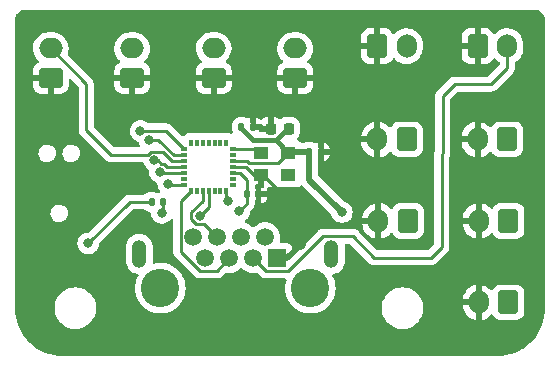
<source format=gbr>
%TF.GenerationSoftware,KiCad,Pcbnew,7.0.7*%
%TF.CreationDate,2023-09-01T18:47:46-05:00*%
%TF.ProjectId,ControlPanelSTM32QFN28,436f6e74-726f-46c5-9061-6e656c53544d,rev?*%
%TF.SameCoordinates,Original*%
%TF.FileFunction,Copper,L2,Bot*%
%TF.FilePolarity,Positive*%
%FSLAX46Y46*%
G04 Gerber Fmt 4.6, Leading zero omitted, Abs format (unit mm)*
G04 Created by KiCad (PCBNEW 7.0.7) date 2023-09-01 18:47:46*
%MOMM*%
%LPD*%
G01*
G04 APERTURE LIST*
G04 Aperture macros list*
%AMRoundRect*
0 Rectangle with rounded corners*
0 $1 Rounding radius*
0 $2 $3 $4 $5 $6 $7 $8 $9 X,Y pos of 4 corners*
0 Add a 4 corners polygon primitive as box body*
4,1,4,$2,$3,$4,$5,$6,$7,$8,$9,$2,$3,0*
0 Add four circle primitives for the rounded corners*
1,1,$1+$1,$2,$3*
1,1,$1+$1,$4,$5*
1,1,$1+$1,$6,$7*
1,1,$1+$1,$8,$9*
0 Add four rect primitives between the rounded corners*
20,1,$1+$1,$2,$3,$4,$5,0*
20,1,$1+$1,$4,$5,$6,$7,0*
20,1,$1+$1,$6,$7,$8,$9,0*
20,1,$1+$1,$8,$9,$2,$3,0*%
G04 Aperture macros list end*
%TA.AperFunction,SMDPad,CuDef*%
%ADD10RoundRect,0.140000X-0.140000X-0.170000X0.140000X-0.170000X0.140000X0.170000X-0.140000X0.170000X0*%
%TD*%
%TA.AperFunction,SMDPad,CuDef*%
%ADD11RoundRect,0.140000X0.140000X0.170000X-0.140000X0.170000X-0.140000X-0.170000X0.140000X-0.170000X0*%
%TD*%
%TA.AperFunction,SMDPad,CuDef*%
%ADD12RoundRect,0.225000X0.225000X0.250000X-0.225000X0.250000X-0.225000X-0.250000X0.225000X-0.250000X0*%
%TD*%
%TA.AperFunction,ComponentPad*%
%ADD13RoundRect,0.250000X-0.600000X-0.750000X0.600000X-0.750000X0.600000X0.750000X-0.600000X0.750000X0*%
%TD*%
%TA.AperFunction,ComponentPad*%
%ADD14O,1.700000X2.000000*%
%TD*%
%TA.AperFunction,ComponentPad*%
%ADD15RoundRect,0.250000X0.600000X0.750000X-0.600000X0.750000X-0.600000X-0.750000X0.600000X-0.750000X0*%
%TD*%
%TA.AperFunction,WasherPad*%
%ADD16C,3.250000*%
%TD*%
%TA.AperFunction,ComponentPad*%
%ADD17R,1.500000X1.500000*%
%TD*%
%TA.AperFunction,ComponentPad*%
%ADD18C,1.500000*%
%TD*%
%TA.AperFunction,ComponentPad*%
%ADD19O,1.259000X2.362000*%
%TD*%
%TA.AperFunction,ComponentPad*%
%ADD20RoundRect,0.250000X0.750000X-0.600000X0.750000X0.600000X-0.750000X0.600000X-0.750000X-0.600000X0*%
%TD*%
%TA.AperFunction,ComponentPad*%
%ADD21O,2.000000X1.700000*%
%TD*%
%TA.AperFunction,SMDPad,CuDef*%
%ADD22R,1.300000X1.100000*%
%TD*%
%TA.AperFunction,SMDPad,CuDef*%
%ADD23R,0.599948X0.299974*%
%TD*%
%TA.AperFunction,SMDPad,CuDef*%
%ADD24R,0.299974X0.599948*%
%TD*%
%TA.AperFunction,ViaPad*%
%ADD25C,0.800000*%
%TD*%
%TA.AperFunction,Conductor*%
%ADD26C,0.508000*%
%TD*%
%TA.AperFunction,Conductor*%
%ADD27C,0.250000*%
%TD*%
%TA.AperFunction,Conductor*%
%ADD28C,0.381000*%
%TD*%
%TA.AperFunction,Conductor*%
%ADD29C,0.254000*%
%TD*%
G04 APERTURE END LIST*
D10*
%TO.P,R1,1*%
%TO.N,Net-(D1-A)*%
X143106200Y-101701600D03*
%TO.P,R1,2*%
%TO.N,USER_LED*%
X144066200Y-101701600D03*
%TD*%
D11*
%TO.P,C4,1*%
%TO.N,GND*%
X157401200Y-97434400D03*
%TO.P,C4,2*%
%TO.N,+3V3*%
X156441200Y-97434400D03*
%TD*%
D12*
%TO.P,C3,1*%
%TO.N,+3V3*%
X154711400Y-95478600D03*
%TO.P,C3,2*%
%TO.N,GND*%
X153161400Y-95478600D03*
%TD*%
D10*
%TO.P,C2,1*%
%TO.N,+3V3*%
X150700800Y-95326200D03*
%TO.P,C2,2*%
%TO.N,GND*%
X151660800Y-95326200D03*
%TD*%
%TO.P,C1,1*%
%TO.N,/RESET*%
X151155400Y-101041200D03*
%TO.P,C1,2*%
%TO.N,GND*%
X152115400Y-101041200D03*
%TD*%
D13*
%TO.P,J11,1,Pin_1*%
%TO.N,GND*%
X170700000Y-88500000D03*
D14*
%TO.P,J11,2,Pin_2*%
%TO.N,Sound1*%
X173200000Y-88500000D03*
%TD*%
D13*
%TO.P,J10,1,Pin_1*%
%TO.N,GND*%
X162200000Y-88500000D03*
D14*
%TO.P,J10,2,Pin_2*%
%TO.N,Sound2*%
X164700000Y-88500000D03*
%TD*%
D15*
%TO.P,J8,1,Pin_1*%
%TO.N,+5V*%
X164700000Y-96400000D03*
D14*
%TO.P,J8,2,Pin_2*%
%TO.N,GND*%
X162200000Y-96400000D03*
%TD*%
D15*
%TO.P,J12,1,Pin_1*%
%TO.N,+5V*%
X173200000Y-96400000D03*
D14*
%TO.P,J12,2,Pin_2*%
%TO.N,GND*%
X170700000Y-96400000D03*
%TD*%
D15*
%TO.P,J13,1,Pin_1*%
%TO.N,+5V*%
X164800000Y-103300000D03*
D14*
%TO.P,J13,2,Pin_2*%
%TO.N,GND*%
X162300000Y-103300000D03*
%TD*%
D15*
%TO.P,J14,1,Pin_1*%
%TO.N,+5V*%
X173300000Y-103300000D03*
D14*
%TO.P,J14,2,Pin_2*%
%TO.N,GND*%
X170800000Y-103300000D03*
%TD*%
D15*
%TO.P,J15,1,Pin_1*%
%TO.N,+5V*%
X173300000Y-110200000D03*
D14*
%TO.P,J15,2,Pin_2*%
%TO.N,GND*%
X170800000Y-110200000D03*
%TD*%
D16*
%TO.P,J1,*%
%TO.N,*%
X143843280Y-108999020D03*
X156543280Y-108999020D03*
D17*
%TO.P,J1,1*%
%TO.N,GND*%
X153742580Y-106459020D03*
D18*
%TO.P,J1,2*%
%TO.N,+5V*%
X152722580Y-104679020D03*
%TO.P,J1,3*%
%TO.N,Sound1*%
X151712580Y-106459020D03*
%TO.P,J1,4*%
%TO.N,Sound2*%
X150692580Y-104679020D03*
%TO.P,J1,5*%
%TO.N,JoyX*%
X149682580Y-106459020D03*
%TO.P,J1,6*%
%TO.N,JoyY*%
X148662580Y-104679020D03*
%TO.P,J1,7*%
%TO.N,+3V3*%
X147652580Y-106459020D03*
%TO.P,J1,8*%
%TO.N,Other*%
X146632580Y-104679020D03*
D19*
%TO.P,J1,9*%
%TO.N,N/C*%
X142063280Y-106097070D03*
%TO.P,J1,10*%
X158323280Y-106097070D03*
%TD*%
D20*
%TO.P,J5,1,Pin_1*%
%TO.N,GND*%
X155250000Y-91200000D03*
D21*
%TO.P,J5,2,Pin_2*%
%TO.N,LeftButton*%
X155250000Y-88700000D03*
%TD*%
D20*
%TO.P,J9,1,Pin_1*%
%TO.N,GND*%
X134550000Y-91200000D03*
D21*
%TO.P,J9,2,Pin_2*%
%TO.N,ReverseButton*%
X134550000Y-88700000D03*
%TD*%
D20*
%TO.P,J7,1,Pin_1*%
%TO.N,GND*%
X141450000Y-91200000D03*
D21*
%TO.P,J7,2,Pin_2*%
%TO.N,DriveButton*%
X141450000Y-88700000D03*
%TD*%
D20*
%TO.P,J6,1,Pin_1*%
%TO.N,GND*%
X148350000Y-91200000D03*
D21*
%TO.P,J6,2,Pin_2*%
%TO.N,RightButton*%
X148350000Y-88700000D03*
%TD*%
D22*
%TO.P,Y1,1,TRI-STATE*%
%TO.N,unconnected-(Y1-TRI-STATE-Pad1)*%
X154650000Y-99410000D03*
%TO.P,Y1,2,GND*%
%TO.N,GND*%
X152350000Y-99410000D03*
%TO.P,Y1,3,OUTPUT*%
%TO.N,OscillatorIn*%
X152350000Y-97510000D03*
%TO.P,Y1,4,VDD*%
%TO.N,+3V3*%
X154650000Y-97510000D03*
%TD*%
D23*
%TO.P,U1,1,PC14-OSC32_IN*%
%TO.N,OscillatorIn*%
X149964700Y-97218860D03*
%TO.P,U1,2,PC15-OSC32_OUT*%
%TO.N,unconnected-(U1-PC15-OSC32_OUT-Pad2)*%
X149964700Y-97719240D03*
%TO.P,U1,3,VDD*%
%TO.N,+3V3*%
X149964700Y-98219620D03*
%TO.P,U1,4,VSS*%
%TO.N,GND*%
X149964700Y-98720000D03*
%TO.P,U1,5,PF2-NRST*%
%TO.N,/RESET*%
X149964700Y-99220380D03*
%TO.P,U1,6,PA0*%
%TO.N,unconnected-(U1-PA0-Pad6)*%
X149964700Y-99720760D03*
%TO.P,U1,7,PA1*%
%TO.N,unconnected-(U1-PA1-Pad7)*%
X149964700Y-100221140D03*
D24*
%TO.P,U1,8,PA2*%
%TO.N,USER_LED*%
X149421140Y-100764700D03*
%TO.P,U1,9,PA3*%
%TO.N,unconnected-(U1-PA3-Pad9)*%
X148920760Y-100764700D03*
%TO.P,U1,10,PA4*%
%TO.N,unconnected-(U1-PA4-Pad10)*%
X148420380Y-100764700D03*
%TO.P,U1,11,PA5*%
%TO.N,Other*%
X147920000Y-100764700D03*
%TO.P,U1,12,PA6*%
%TO.N,JoyY*%
X147419620Y-100764700D03*
%TO.P,U1,13,PA7*%
%TO.N,unconnected-(U1-PA7-Pad13)*%
X146919240Y-100764700D03*
%TO.P,U1,14,PB0*%
%TO.N,JoyX*%
X146418860Y-100764700D03*
D23*
%TO.P,U1,15,PB1*%
%TO.N,LeftButton*%
X145875300Y-100221140D03*
%TO.P,U1,16,PA8*%
%TO.N,unconnected-(U1-PA8-Pad16)*%
X145875300Y-99720760D03*
%TO.P,U1,17,PC6*%
%TO.N,RightButton*%
X145875300Y-99220380D03*
%TO.P,U1,18,PA11PA9*%
%TO.N,DriveButton*%
X145875300Y-98720000D03*
%TO.P,U1,19,PA12PA10*%
%TO.N,ReverseButton*%
X145875300Y-98219620D03*
%TO.P,U1,20,PA13*%
%TO.N,SWDIO*%
X145875300Y-97719240D03*
%TO.P,U1,21,PA14-BOOT0*%
%TO.N,SWCLK*%
X145875300Y-97218860D03*
D24*
%TO.P,U1,22,PA15*%
%TO.N,unconnected-(U1-PA15-Pad22)*%
X146418860Y-96675300D03*
%TO.P,U1,23,PB3*%
%TO.N,unconnected-(U1-PB3-Pad23)*%
X146919240Y-96675300D03*
%TO.P,U1,24,PB4*%
%TO.N,unconnected-(U1-PB4-Pad24)*%
X147419620Y-96675300D03*
%TO.P,U1,25,PB5*%
%TO.N,unconnected-(U1-PB5-Pad25)*%
X147920000Y-96675300D03*
%TO.P,U1,26,PB6*%
%TO.N,unconnected-(U1-PB6-Pad26)*%
X148420380Y-96675300D03*
%TO.P,U1,27,PB7*%
%TO.N,unconnected-(U1-PB7-Pad27)*%
X148920760Y-96675300D03*
%TO.P,U1,28,PB8*%
%TO.N,unconnected-(U1-PB8-Pad28)*%
X149421140Y-96675300D03*
%TD*%
D25*
%TO.N,GND*%
X147370800Y-95199200D03*
X158013400Y-95123000D03*
X139928600Y-100355400D03*
X139903200Y-107111800D03*
X147929600Y-109575600D03*
X168249600Y-113639600D03*
X161315400Y-113842800D03*
X156108400Y-113614200D03*
X148031200Y-113563400D03*
X139776200Y-113766600D03*
X133045200Y-108000800D03*
X155702000Y-105333800D03*
X153644600Y-108585000D03*
%TO.N,/RESET*%
X150520400Y-102489000D03*
%TO.N,GND*%
X137185400Y-98831400D03*
%TO.N,LeftButton*%
X144500600Y-100152200D03*
%TO.N,RightButton*%
X143775600Y-99166379D03*
%TO.N,DriveButton*%
X143325600Y-98162850D03*
%TO.N,SWDIO*%
X142875600Y-96432480D03*
%TO.N,SWCLK*%
X142150600Y-95685503D03*
%TO.N,Net-(D1-A)*%
X137718800Y-105206800D03*
%TO.N,USER_LED*%
X143962547Y-102636747D03*
X149542004Y-101577498D03*
%TO.N,Other*%
X147172872Y-102859179D03*
%TO.N,GND*%
X154000200Y-100863400D03*
%TO.N,+3V3*%
X159207200Y-102565200D03*
%TD*%
D26*
%TO.N,GND*%
X154576780Y-106459020D02*
X155702000Y-105333800D01*
X153742580Y-106459020D02*
X154576780Y-106459020D01*
D27*
%TO.N,USER_LED*%
X144066200Y-102533094D02*
X143962547Y-102636747D01*
%TO.N,JoyY*%
X147567739Y-103584179D02*
X148662580Y-104679020D01*
%TO.N,USER_LED*%
X144066200Y-101701600D02*
X144066200Y-102533094D01*
%TO.N,JoyY*%
X146447872Y-103159484D02*
X146872567Y-103584179D01*
X146447872Y-102558874D02*
X146447872Y-103159484D01*
X147419620Y-101587126D02*
X146447872Y-102558874D01*
X147419620Y-100764700D02*
X147419620Y-101587126D01*
%TO.N,Other*%
X147920000Y-102112051D02*
X147172872Y-102859179D01*
X147920000Y-100764700D02*
X147920000Y-102112051D01*
%TO.N,USER_LED*%
X149421140Y-101456634D02*
X149542004Y-101577498D01*
X149421140Y-100764700D02*
X149421140Y-101456634D01*
%TO.N,JoyY*%
X146872567Y-103584179D02*
X147567739Y-103584179D01*
%TO.N,/RESET*%
X151155400Y-101854000D02*
X150520400Y-102489000D01*
X151155400Y-101041200D02*
X151155400Y-101854000D01*
%TO.N,SWCLK*%
X144341943Y-95685503D02*
X142150600Y-95685503D01*
X145875300Y-97218860D02*
X144341943Y-95685503D01*
D28*
%TO.N,+3V3*%
X154549000Y-95478600D02*
X154711400Y-95478600D01*
X153583800Y-96443800D02*
X154549000Y-95478600D01*
D29*
X154650000Y-95540000D02*
X154711400Y-95478600D01*
D28*
X150700800Y-95426440D02*
X151718160Y-96443800D01*
X151718160Y-96443800D02*
X153583800Y-96443800D01*
X153583800Y-96443800D02*
X154650000Y-97510000D01*
X150700800Y-95326200D02*
X150700800Y-95426440D01*
D26*
X156441200Y-97434400D02*
X154725600Y-97434400D01*
X154725600Y-97434400D02*
X154650000Y-97510000D01*
X156441200Y-99799200D02*
X156441200Y-97434400D01*
X159207200Y-102565200D02*
X156441200Y-99799200D01*
D27*
%TO.N,Sound1*%
X173200000Y-90350400D02*
X173200000Y-88500000D01*
X171831000Y-91719400D02*
X173200000Y-90350400D01*
X168757600Y-91719400D02*
X171831000Y-91719400D01*
X167741600Y-92735400D02*
X168757600Y-91719400D01*
X167741600Y-97546699D02*
X167741600Y-92735400D01*
X167665400Y-97622899D02*
X167741600Y-97546699D01*
X167665400Y-105486200D02*
X167665400Y-97622899D01*
X161925000Y-106400600D02*
X166751000Y-106400600D01*
X160115470Y-104591070D02*
X161925000Y-106400600D01*
X157613130Y-104591070D02*
X160115470Y-104591070D01*
X152787580Y-107534020D02*
X154670180Y-107534020D01*
X154670180Y-107534020D02*
X157613130Y-104591070D01*
X151712580Y-106459020D02*
X152787580Y-107534020D01*
X166751000Y-106400600D02*
X167665400Y-105486200D01*
%TO.N,/RESET*%
X150564281Y-99220380D02*
X149964700Y-99220380D01*
X151155400Y-99811499D02*
X150564281Y-99220380D01*
X151155400Y-101041200D02*
X151155400Y-99811499D01*
%TO.N,SWDIO*%
X144949937Y-97719240D02*
X143663177Y-96432480D01*
X143663177Y-96432480D02*
X142875600Y-96432480D01*
%TO.N,ReverseButton*%
X137541000Y-95580200D02*
X137541000Y-91691000D01*
X139655532Y-97694732D02*
X137541000Y-95580200D01*
X142768413Y-97694732D02*
X139655532Y-97694732D01*
X144032151Y-97437850D02*
X143025295Y-97437850D01*
X144813921Y-98219620D02*
X144032151Y-97437850D01*
X145875300Y-98219620D02*
X144813921Y-98219620D01*
%TO.N,DriveButton*%
X143596345Y-98162850D02*
X143325600Y-98162850D01*
X143880893Y-98447398D02*
X143596345Y-98162850D01*
%TO.N,SWDIO*%
X145875300Y-97719240D02*
X144949937Y-97719240D01*
%TO.N,DriveButton*%
X144109394Y-98447398D02*
X143880893Y-98447398D01*
X144381996Y-98720000D02*
X144109394Y-98447398D01*
X145875300Y-98720000D02*
X144381996Y-98720000D01*
%TO.N,ReverseButton*%
X137541000Y-91691000D02*
X134550000Y-88700000D01*
%TO.N,RightButton*%
X143829601Y-99220380D02*
X143775600Y-99166379D01*
%TO.N,ReverseButton*%
X143025295Y-97437850D02*
X142768413Y-97694732D01*
%TO.N,LeftButton*%
X144569540Y-100221140D02*
X144500600Y-100152200D01*
%TO.N,RightButton*%
X145875300Y-99220380D02*
X143829601Y-99220380D01*
%TO.N,LeftButton*%
X145875300Y-100221140D02*
X144569540Y-100221140D01*
%TO.N,Net-(D1-A)*%
X141224000Y-101701600D02*
X137718800Y-105206800D01*
X143106200Y-101701600D02*
X141224000Y-101701600D01*
%TO.N,JoyX*%
X148607580Y-107534020D02*
X149682580Y-106459020D01*
X145557580Y-105908180D02*
X147183420Y-107534020D01*
X147183420Y-107534020D02*
X148607580Y-107534020D01*
X145557580Y-101625980D02*
X145557580Y-105908180D01*
X146418860Y-100764700D02*
X145557580Y-101625980D01*
D29*
%TO.N,GND*%
X152546800Y-99410000D02*
X154000200Y-100863400D01*
X152350000Y-99410000D02*
X152546800Y-99410000D01*
X151063947Y-98720000D02*
X151753947Y-99410000D01*
X149964700Y-98720000D02*
X151063947Y-98720000D01*
X151753947Y-99410000D02*
X152350000Y-99410000D01*
%TO.N,+3V3*%
X151205620Y-98219620D02*
X151373000Y-98387000D01*
X151373000Y-98387000D02*
X153773000Y-98387000D01*
X149964700Y-98219620D02*
X151205620Y-98219620D01*
X153773000Y-98387000D02*
X154650000Y-97510000D01*
%TO.N,OscillatorIn*%
X152058860Y-97218860D02*
X149964700Y-97218860D01*
X152350000Y-97510000D02*
X152058860Y-97218860D01*
%TD*%
%TA.AperFunction,Conductor*%
%TO.N,GND*%
G36*
X175476831Y-85415241D02*
G01*
X175482619Y-85415510D01*
X175631858Y-85429358D01*
X175653466Y-85433285D01*
X175790195Y-85470693D01*
X175810794Y-85478314D01*
X175938949Y-85538897D01*
X175957912Y-85549979D01*
X176073592Y-85631890D01*
X176090342Y-85646095D01*
X176190055Y-85746865D01*
X176204076Y-85763755D01*
X176241803Y-85818244D01*
X176284769Y-85880300D01*
X176295650Y-85899378D01*
X176354879Y-86028164D01*
X176362282Y-86048843D01*
X176398245Y-86185951D01*
X176401945Y-86207601D01*
X176414215Y-86356937D01*
X176414425Y-86362422D01*
X176414299Y-86386917D01*
X176414451Y-86387892D01*
X176424664Y-110668835D01*
X176424596Y-110671783D01*
X176407400Y-111042321D01*
X176406859Y-111048139D01*
X176355634Y-111414019D01*
X176354556Y-111419762D01*
X176269671Y-111779327D01*
X176268066Y-111784946D01*
X176150249Y-112135114D01*
X176148131Y-112140560D01*
X175998399Y-112478308D01*
X175995786Y-112483535D01*
X175815419Y-112805976D01*
X175812338Y-112810928D01*
X175605261Y-113111836D01*
X175602895Y-113115274D01*
X175599363Y-113119928D01*
X175362631Y-113403583D01*
X175358683Y-113407891D01*
X175096715Y-113668393D01*
X175092385Y-113672316D01*
X174807409Y-113907453D01*
X174802735Y-113910959D01*
X174497210Y-114118696D01*
X174492231Y-114121754D01*
X174168802Y-114300300D01*
X174163561Y-114302884D01*
X173824965Y-114450724D01*
X173819508Y-114452811D01*
X173468697Y-114568657D01*
X173463069Y-114570230D01*
X173103022Y-114653099D01*
X173097274Y-114654144D01*
X172731108Y-114703317D01*
X172725287Y-114703825D01*
X172354688Y-114718940D01*
X172351772Y-114718991D01*
X172326148Y-114718849D01*
X172325181Y-114719000D01*
X135553466Y-114719000D01*
X135550555Y-114718933D01*
X135182284Y-114701905D01*
X135176487Y-114701368D01*
X134844275Y-114655028D01*
X134812806Y-114650638D01*
X134807094Y-114649570D01*
X134449648Y-114565500D01*
X134444048Y-114563906D01*
X134095890Y-114447215D01*
X134090461Y-114445112D01*
X133754547Y-114296792D01*
X133749350Y-114294204D01*
X133428553Y-114115521D01*
X133423605Y-114112458D01*
X133297341Y-114025966D01*
X133120650Y-113904930D01*
X133116024Y-113901436D01*
X133008795Y-113812394D01*
X132833515Y-113666843D01*
X132829223Y-113662931D01*
X132569567Y-113403275D01*
X132565656Y-113398984D01*
X132333930Y-113119928D01*
X132331060Y-113116472D01*
X132327572Y-113111853D01*
X132120041Y-112808894D01*
X132116981Y-112803952D01*
X131938290Y-112483141D01*
X131935712Y-112477962D01*
X131787385Y-112142033D01*
X131785284Y-112136609D01*
X131668593Y-111788451D01*
X131667003Y-111782866D01*
X131582925Y-111425388D01*
X131581863Y-111419710D01*
X131536259Y-111092775D01*
X131531131Y-111056012D01*
X131530594Y-111050215D01*
X131519450Y-110809182D01*
X134887500Y-110809182D01*
X134895244Y-110860558D01*
X134926604Y-111068619D01*
X135003933Y-111319314D01*
X135003938Y-111319327D01*
X135096030Y-111510556D01*
X135114557Y-111549029D01*
X135117773Y-111555706D01*
X135117777Y-111555713D01*
X135265562Y-111772472D01*
X135265567Y-111772479D01*
X135444019Y-111964805D01*
X135649143Y-112128386D01*
X135649146Y-112128388D01*
X135876352Y-112259566D01*
X135876356Y-112259567D01*
X135876357Y-112259568D01*
X136120584Y-112355420D01*
X136376370Y-112413802D01*
X136528409Y-112425195D01*
X136572503Y-112428500D01*
X136572506Y-112428500D01*
X136703497Y-112428500D01*
X136744516Y-112425425D01*
X136899630Y-112413802D01*
X137155416Y-112355420D01*
X137399643Y-112259568D01*
X137399645Y-112259566D01*
X137399647Y-112259566D01*
X137612614Y-112136609D01*
X137626857Y-112128386D01*
X137831981Y-111964805D01*
X138010433Y-111772479D01*
X138158228Y-111555704D01*
X138272063Y-111319323D01*
X138272066Y-111319314D01*
X138349395Y-111068619D01*
X138349396Y-111068615D01*
X138388500Y-110809182D01*
X138388500Y-110546818D01*
X138349396Y-110287385D01*
X138349395Y-110287383D01*
X138349395Y-110287380D01*
X138272066Y-110036685D01*
X138272061Y-110036672D01*
X138182643Y-109850995D01*
X138158228Y-109800296D01*
X138158226Y-109800293D01*
X138158222Y-109800286D01*
X138010437Y-109583527D01*
X138010433Y-109583521D01*
X137831981Y-109391195D01*
X137626857Y-109227614D01*
X137626852Y-109227611D01*
X137626853Y-109227611D01*
X137399647Y-109096433D01*
X137399639Y-109096430D01*
X137155419Y-109000581D01*
X137155417Y-109000580D01*
X136899632Y-108942198D01*
X136703497Y-108927500D01*
X136703494Y-108927500D01*
X136572506Y-108927500D01*
X136572503Y-108927500D01*
X136376367Y-108942198D01*
X136120582Y-109000580D01*
X136120580Y-109000581D01*
X135876360Y-109096430D01*
X135876352Y-109096433D01*
X135649146Y-109227611D01*
X135444018Y-109391195D01*
X135265566Y-109583522D01*
X135265562Y-109583527D01*
X135117777Y-109800286D01*
X135117773Y-109800293D01*
X135003938Y-110036672D01*
X135003933Y-110036685D01*
X134926604Y-110287380D01*
X134925832Y-110292504D01*
X134887500Y-110546818D01*
X134887500Y-110809182D01*
X131519450Y-110809182D01*
X131513567Y-110681944D01*
X131513500Y-110679034D01*
X131513500Y-110672215D01*
X131513500Y-106701182D01*
X140925280Y-106701182D01*
X140939864Y-106858571D01*
X140991149Y-107038820D01*
X140997581Y-107061424D01*
X141068364Y-107203576D01*
X141091589Y-107250218D01*
X141218683Y-107418519D01*
X141374542Y-107560603D01*
X141553850Y-107671626D01*
X141553851Y-107671626D01*
X141553857Y-107671630D01*
X141750517Y-107747816D01*
X141892059Y-107774275D01*
X141955342Y-107806453D01*
X141991184Y-107867738D01*
X141988203Y-107938672D01*
X141980778Y-107956097D01*
X141881835Y-108147047D01*
X141784098Y-108422057D01*
X141784094Y-108422070D01*
X141747063Y-108600273D01*
X141725902Y-108702112D01*
X141724712Y-108707837D01*
X141724711Y-108707843D01*
X141704795Y-108999015D01*
X141704795Y-108999024D01*
X141724711Y-109290196D01*
X141724712Y-109290202D01*
X141724713Y-109290210D01*
X141747415Y-109399456D01*
X141784094Y-109575969D01*
X141784098Y-109575982D01*
X141881836Y-109850995D01*
X141978050Y-110036677D01*
X142016117Y-110110142D01*
X142016122Y-110110149D01*
X142130289Y-110271888D01*
X142184433Y-110348592D01*
X142383650Y-110561902D01*
X142610058Y-110746098D01*
X142859438Y-110897749D01*
X143127145Y-111014031D01*
X143129476Y-111014684D01*
X143408184Y-111092775D01*
X143408192Y-111092777D01*
X143697331Y-111132519D01*
X143697345Y-111132520D01*
X143989215Y-111132520D01*
X143989228Y-111132519D01*
X144235368Y-111098687D01*
X144278368Y-111092777D01*
X144559415Y-111014031D01*
X144827122Y-110897749D01*
X145076502Y-110746098D01*
X145302910Y-110561902D01*
X145502127Y-110348592D01*
X145670443Y-110110142D01*
X145804723Y-109850995D01*
X145902464Y-109575976D01*
X145961847Y-109290210D01*
X145981658Y-109000581D01*
X145981765Y-108999024D01*
X145981765Y-108999015D01*
X145961848Y-108707843D01*
X145961847Y-108707837D01*
X145961847Y-108707830D01*
X145902464Y-108422064D01*
X145838178Y-108241178D01*
X145804723Y-108147044D01*
X145707150Y-107958739D01*
X145670443Y-107887898D01*
X145502127Y-107649448D01*
X145302910Y-107436138D01*
X145076502Y-107251942D01*
X144827122Y-107100291D01*
X144827118Y-107100289D01*
X144827116Y-107100288D01*
X144559416Y-106984009D01*
X144559406Y-106984006D01*
X144278375Y-106905264D01*
X144278367Y-106905262D01*
X143989228Y-106865520D01*
X143989215Y-106865520D01*
X143697345Y-106865520D01*
X143697331Y-106865520D01*
X143408192Y-106905262D01*
X143408185Y-106905264D01*
X143352702Y-106920809D01*
X143281711Y-106919926D01*
X143222467Y-106880803D01*
X143193779Y-106815861D01*
X143193248Y-106787854D01*
X143201280Y-106701181D01*
X143201280Y-105492957D01*
X143186695Y-105335568D01*
X143160804Y-105244572D01*
X143128979Y-105132716D01*
X143034972Y-104943924D01*
X143034970Y-104943921D01*
X142907876Y-104775620D01*
X142752017Y-104633536D01*
X142572709Y-104522513D01*
X142572705Y-104522511D01*
X142572703Y-104522510D01*
X142452229Y-104475838D01*
X142376044Y-104446324D01*
X142168731Y-104407570D01*
X141957829Y-104407570D01*
X141957828Y-104407570D01*
X141750515Y-104446324D01*
X141598143Y-104505353D01*
X141553857Y-104522510D01*
X141553856Y-104522510D01*
X141553855Y-104522511D01*
X141553850Y-104522513D01*
X141374542Y-104633536D01*
X141218683Y-104775620D01*
X141091589Y-104943921D01*
X140997581Y-105132716D01*
X140997578Y-105132724D01*
X140939864Y-105335568D01*
X140925280Y-105492957D01*
X140925280Y-106701182D01*
X131513500Y-106701182D01*
X131513500Y-102710460D01*
X134530793Y-102710460D01*
X134561068Y-102882154D01*
X134561069Y-102882156D01*
X134630119Y-103042235D01*
X134630121Y-103042239D01*
X134734231Y-103182082D01*
X134867784Y-103294148D01*
X134867786Y-103294149D01*
X135023585Y-103372394D01*
X135193229Y-103412600D01*
X135193231Y-103412600D01*
X135323839Y-103412600D01*
X135357517Y-103408663D01*
X135453564Y-103397437D01*
X135617393Y-103337808D01*
X135763054Y-103242005D01*
X135882696Y-103115193D01*
X135969867Y-102964207D01*
X136019869Y-102797188D01*
X136030007Y-102623140D01*
X135999732Y-102451446D01*
X135930679Y-102291362D01*
X135929809Y-102290194D01*
X135826568Y-102151517D01*
X135693015Y-102039451D01*
X135614770Y-102000155D01*
X135537215Y-101961206D01*
X135367571Y-101921000D01*
X135236964Y-101921000D01*
X135236961Y-101921000D01*
X135107235Y-101936163D01*
X134943406Y-101995792D01*
X134943403Y-101995793D01*
X134797746Y-102091594D01*
X134678103Y-102218407D01*
X134590935Y-102369387D01*
X134590933Y-102369393D01*
X134540931Y-102536412D01*
X134530793Y-102710460D01*
X131513500Y-102710460D01*
X131513500Y-98517363D01*
X131513500Y-97630460D01*
X133514793Y-97630460D01*
X133545068Y-97802154D01*
X133545069Y-97802156D01*
X133614119Y-97962235D01*
X133614121Y-97962239D01*
X133657858Y-98020987D01*
X133718232Y-98102083D01*
X133740170Y-98120491D01*
X133851784Y-98214148D01*
X133851786Y-98214149D01*
X134007585Y-98292394D01*
X134177229Y-98332600D01*
X134177231Y-98332600D01*
X134307839Y-98332600D01*
X134342811Y-98328512D01*
X134437564Y-98317437D01*
X134601393Y-98257808D01*
X134747054Y-98162005D01*
X134866696Y-98035193D01*
X134953867Y-97884207D01*
X135003869Y-97717188D01*
X135008921Y-97630460D01*
X135546793Y-97630460D01*
X135577068Y-97802154D01*
X135577069Y-97802156D01*
X135646119Y-97962235D01*
X135646121Y-97962239D01*
X135689858Y-98020987D01*
X135750232Y-98102083D01*
X135772170Y-98120491D01*
X135883784Y-98214148D01*
X135883786Y-98214149D01*
X136039585Y-98292394D01*
X136209229Y-98332600D01*
X136209231Y-98332600D01*
X136339839Y-98332600D01*
X136374811Y-98328512D01*
X136469564Y-98317437D01*
X136633393Y-98257808D01*
X136779054Y-98162005D01*
X136898696Y-98035193D01*
X136985867Y-97884207D01*
X137035869Y-97717188D01*
X137046007Y-97543140D01*
X137015732Y-97371446D01*
X136946679Y-97211362D01*
X136938625Y-97200544D01*
X136842568Y-97071517D01*
X136709015Y-96959451D01*
X136630769Y-96920155D01*
X136553215Y-96881206D01*
X136383571Y-96841000D01*
X136252964Y-96841000D01*
X136252961Y-96841000D01*
X136123235Y-96856163D01*
X135959406Y-96915792D01*
X135959403Y-96915793D01*
X135813746Y-97011594D01*
X135694103Y-97138407D01*
X135606935Y-97289387D01*
X135606933Y-97289393D01*
X135577461Y-97387839D01*
X135556931Y-97456413D01*
X135547190Y-97623652D01*
X135546793Y-97630460D01*
X135008921Y-97630460D01*
X135014007Y-97543140D01*
X134983732Y-97371446D01*
X134914679Y-97211362D01*
X134906625Y-97200544D01*
X134810568Y-97071517D01*
X134677015Y-96959451D01*
X134598769Y-96920155D01*
X134521215Y-96881206D01*
X134351571Y-96841000D01*
X134220964Y-96841000D01*
X134220961Y-96841000D01*
X134091235Y-96856163D01*
X133927406Y-96915792D01*
X133927403Y-96915793D01*
X133781746Y-97011594D01*
X133662103Y-97138407D01*
X133574935Y-97289387D01*
X133574933Y-97289393D01*
X133545461Y-97387839D01*
X133524931Y-97456413D01*
X133515190Y-97623652D01*
X133514793Y-97630460D01*
X131513500Y-97630460D01*
X131513500Y-88642144D01*
X133037815Y-88642144D01*
X133047630Y-88873178D01*
X133096351Y-89099240D01*
X133182575Y-89313815D01*
X133182577Y-89313819D01*
X133303819Y-89510727D01*
X133303822Y-89510731D01*
X133456600Y-89684323D01*
X133484436Y-89706798D01*
X133524871Y-89765155D01*
X133527337Y-89836109D01*
X133491051Y-89897132D01*
X133471428Y-89912072D01*
X133326660Y-90001365D01*
X133326654Y-90001370D01*
X133201370Y-90126654D01*
X133201365Y-90126660D01*
X133108342Y-90277474D01*
X133052606Y-90445678D01*
X133052605Y-90445681D01*
X133042000Y-90549483D01*
X133042000Y-90946000D01*
X133935156Y-90946000D01*
X134003277Y-90966002D01*
X134049770Y-91019658D01*
X134059874Y-91089932D01*
X134056053Y-91107496D01*
X134050000Y-91128111D01*
X134050000Y-91271888D01*
X134056053Y-91292504D01*
X134056052Y-91363500D01*
X134017667Y-91423226D01*
X133953086Y-91452718D01*
X133935156Y-91454000D01*
X133042000Y-91454000D01*
X133042000Y-91850516D01*
X133052605Y-91954318D01*
X133052606Y-91954321D01*
X133108342Y-92122525D01*
X133201365Y-92273339D01*
X133201370Y-92273345D01*
X133326654Y-92398629D01*
X133326660Y-92398634D01*
X133477474Y-92491657D01*
X133645678Y-92547393D01*
X133645681Y-92547394D01*
X133749483Y-92557999D01*
X133749483Y-92558000D01*
X134296000Y-92558000D01*
X134296000Y-91814033D01*
X134316002Y-91745912D01*
X134369658Y-91699419D01*
X134439926Y-91689315D01*
X134514237Y-91700000D01*
X134585763Y-91700000D01*
X134660069Y-91689316D01*
X134730341Y-91699419D01*
X134783997Y-91745911D01*
X134804000Y-91814031D01*
X134804000Y-92558000D01*
X135350517Y-92558000D01*
X135350516Y-92557999D01*
X135454318Y-92547394D01*
X135454321Y-92547393D01*
X135622525Y-92491657D01*
X135773339Y-92398634D01*
X135773345Y-92398629D01*
X135898629Y-92273345D01*
X135898634Y-92273339D01*
X135991657Y-92122525D01*
X136047393Y-91954321D01*
X136047394Y-91954318D01*
X136057999Y-91850516D01*
X136058000Y-91850516D01*
X136058000Y-91408094D01*
X136078002Y-91339973D01*
X136131658Y-91293480D01*
X136201932Y-91283376D01*
X136266512Y-91312870D01*
X136273095Y-91318999D01*
X136870595Y-91916499D01*
X136904621Y-91978811D01*
X136907500Y-92005594D01*
X136907500Y-95496346D01*
X136905751Y-95512188D01*
X136906044Y-95512216D01*
X136905298Y-95520107D01*
X136907500Y-95590157D01*
X136907500Y-95620051D01*
X136907501Y-95620072D01*
X136908378Y-95627020D01*
X136908844Y-95632932D01*
X136910326Y-95680088D01*
X136910327Y-95680093D01*
X136915977Y-95699539D01*
X136919986Y-95718897D01*
X136922525Y-95738993D01*
X136922526Y-95738999D01*
X136939893Y-95782862D01*
X136941816Y-95788479D01*
X136954982Y-95833793D01*
X136965294Y-95851231D01*
X136973988Y-95868979D01*
X136981444Y-95887809D01*
X136981450Y-95887820D01*
X137009177Y-95925983D01*
X137012437Y-95930946D01*
X137036460Y-95971565D01*
X137050779Y-95985884D01*
X137063617Y-96000914D01*
X137071719Y-96012064D01*
X137075528Y-96017307D01*
X137103794Y-96040691D01*
X137111886Y-96047385D01*
X137116267Y-96051371D01*
X138647727Y-97582832D01*
X139148287Y-98083392D01*
X139158252Y-98095829D01*
X139158479Y-98095642D01*
X139163531Y-98101749D01*
X139214611Y-98149716D01*
X139235755Y-98170861D01*
X139235759Y-98170864D01*
X139235762Y-98170867D01*
X139241314Y-98175174D01*
X139245801Y-98179005D01*
X139268491Y-98200313D01*
X139280209Y-98211317D01*
X139280211Y-98211318D01*
X139297960Y-98221075D01*
X139314485Y-98231930D01*
X139330491Y-98244346D01*
X139372218Y-98262402D01*
X139373794Y-98263084D01*
X139379115Y-98265690D01*
X139420472Y-98288427D01*
X139420480Y-98288429D01*
X139440090Y-98293464D01*
X139458799Y-98299869D01*
X139477387Y-98307913D01*
X139524009Y-98315296D01*
X139529794Y-98316495D01*
X139575502Y-98328232D01*
X139595756Y-98328232D01*
X139615466Y-98329783D01*
X139617673Y-98330132D01*
X139635475Y-98332952D01*
X139669402Y-98329744D01*
X139682449Y-98328512D01*
X139688382Y-98328232D01*
X142332538Y-98328232D01*
X142400659Y-98348234D01*
X142447152Y-98401890D01*
X142452371Y-98415295D01*
X142460460Y-98440191D01*
X142491073Y-98534406D01*
X142491076Y-98534411D01*
X142586558Y-98699791D01*
X142586565Y-98699801D01*
X142714344Y-98841714D01*
X142824463Y-98921720D01*
X142867817Y-98977942D01*
X142875712Y-99036826D01*
X142862096Y-99166378D01*
X142882057Y-99356306D01*
X142887934Y-99374392D01*
X142941073Y-99537935D01*
X142941076Y-99537940D01*
X143036558Y-99703320D01*
X143036565Y-99703330D01*
X143164344Y-99845243D01*
X143164347Y-99845245D01*
X143318848Y-99957497D01*
X143433713Y-100008638D01*
X143493316Y-100035175D01*
X143499592Y-100037214D01*
X143498666Y-100040063D01*
X143549664Y-100067520D01*
X143584056Y-100129631D01*
X143585831Y-100145694D01*
X143586406Y-100145634D01*
X143607057Y-100342127D01*
X143620013Y-100382000D01*
X143666073Y-100523756D01*
X143694441Y-100572891D01*
X143761558Y-100689141D01*
X143761561Y-100689145D01*
X143780587Y-100710276D01*
X143811303Y-100774284D01*
X143802538Y-100844737D01*
X143757074Y-100899268D01*
X143722103Y-100915582D01*
X143666599Y-100931707D01*
X143650337Y-100941325D01*
X143581520Y-100958783D01*
X143522063Y-100941325D01*
X143505799Y-100931707D01*
X143505798Y-100931706D01*
X143505797Y-100931706D01*
X143391955Y-100898632D01*
X143348452Y-100885993D01*
X143311688Y-100883100D01*
X143311684Y-100883100D01*
X142900716Y-100883100D01*
X142900712Y-100883100D01*
X142863947Y-100885993D01*
X142706600Y-100931707D01*
X142565569Y-101015113D01*
X142565565Y-101015116D01*
X142549487Y-101031195D01*
X142487175Y-101065221D01*
X142460392Y-101068100D01*
X141307849Y-101068100D01*
X141292010Y-101066351D01*
X141291983Y-101066645D01*
X141284091Y-101065899D01*
X141214060Y-101068100D01*
X141184144Y-101068100D01*
X141177172Y-101068979D01*
X141171265Y-101069444D01*
X141124110Y-101070926D01*
X141124105Y-101070927D01*
X141104660Y-101076577D01*
X141085302Y-101080586D01*
X141065207Y-101083124D01*
X141065205Y-101083125D01*
X141021324Y-101100497D01*
X141015709Y-101102419D01*
X140970410Y-101115580D01*
X140970404Y-101115582D01*
X140952966Y-101125895D01*
X140935220Y-101134589D01*
X140916381Y-101142048D01*
X140916380Y-101142049D01*
X140878213Y-101169778D01*
X140873252Y-101173037D01*
X140832637Y-101197058D01*
X140818307Y-101211387D01*
X140803281Y-101224220D01*
X140786895Y-101236126D01*
X140786894Y-101236126D01*
X140756818Y-101272480D01*
X140752822Y-101276871D01*
X139253402Y-102776293D01*
X137768300Y-104261395D01*
X137705988Y-104295420D01*
X137679205Y-104298300D01*
X137623313Y-104298300D01*
X137436511Y-104338006D01*
X137262047Y-104415682D01*
X137107544Y-104527935D01*
X136979765Y-104669848D01*
X136979758Y-104669858D01*
X136884276Y-104835238D01*
X136884273Y-104835245D01*
X136825257Y-105016872D01*
X136805296Y-105206800D01*
X136825257Y-105396727D01*
X136846809Y-105463054D01*
X136884273Y-105578356D01*
X136903657Y-105611930D01*
X136979758Y-105743741D01*
X136979765Y-105743751D01*
X137107544Y-105885664D01*
X137147679Y-105914824D01*
X137262048Y-105997918D01*
X137436512Y-106075594D01*
X137623313Y-106115300D01*
X137814287Y-106115300D01*
X138001088Y-106075594D01*
X138175552Y-105997918D01*
X138330053Y-105885666D01*
X138351794Y-105861520D01*
X138457834Y-105743751D01*
X138457835Y-105743749D01*
X138457840Y-105743744D01*
X138553327Y-105578356D01*
X138612342Y-105396728D01*
X138629707Y-105231503D01*
X138656720Y-105165848D01*
X138665913Y-105155589D01*
X141449498Y-102372005D01*
X141511811Y-102337979D01*
X141538594Y-102335100D01*
X142460392Y-102335100D01*
X142528513Y-102355102D01*
X142549487Y-102372005D01*
X142565565Y-102388083D01*
X142565569Y-102388086D01*
X142565571Y-102388088D01*
X142706603Y-102471494D01*
X142863946Y-102517206D01*
X142871300Y-102517784D01*
X142900712Y-102520100D01*
X142900716Y-102520100D01*
X142923332Y-102520100D01*
X142991453Y-102540102D01*
X143037946Y-102593758D01*
X143048642Y-102632930D01*
X143069004Y-102826674D01*
X143080015Y-102860561D01*
X143128020Y-103008303D01*
X143128023Y-103008308D01*
X143223505Y-103173688D01*
X143223512Y-103173698D01*
X143351291Y-103315611D01*
X143351294Y-103315613D01*
X143505795Y-103427865D01*
X143680259Y-103505541D01*
X143867060Y-103545247D01*
X144058034Y-103545247D01*
X144244835Y-103505541D01*
X144419299Y-103427865D01*
X144573800Y-103315613D01*
X144701587Y-103173691D01*
X144701588Y-103173687D01*
X144704443Y-103170518D01*
X144764889Y-103133278D01*
X144835873Y-103134629D01*
X144894858Y-103174143D01*
X144923116Y-103239273D01*
X144924080Y-103254828D01*
X144924080Y-105824326D01*
X144922331Y-105840168D01*
X144922624Y-105840196D01*
X144921878Y-105848087D01*
X144921878Y-105848089D01*
X144923524Y-105900438D01*
X144924080Y-105918137D01*
X144924080Y-105948031D01*
X144924081Y-105948052D01*
X144924958Y-105955000D01*
X144925424Y-105960912D01*
X144926906Y-106008068D01*
X144926907Y-106008073D01*
X144932557Y-106027519D01*
X144936566Y-106046877D01*
X144939105Y-106066973D01*
X144939106Y-106066979D01*
X144956473Y-106110842D01*
X144958396Y-106116459D01*
X144971562Y-106161773D01*
X144981874Y-106179211D01*
X144990568Y-106196959D01*
X144998024Y-106215789D01*
X144998030Y-106215800D01*
X145025757Y-106253963D01*
X145029017Y-106258926D01*
X145053040Y-106299545D01*
X145067359Y-106313864D01*
X145080197Y-106328894D01*
X145089736Y-106342023D01*
X145092108Y-106345287D01*
X145115267Y-106364446D01*
X145128466Y-106375365D01*
X145132847Y-106379351D01*
X146306571Y-107553076D01*
X146676175Y-107922680D01*
X146686140Y-107935117D01*
X146686367Y-107934930D01*
X146691419Y-107941037D01*
X146742499Y-107989004D01*
X146763643Y-108010149D01*
X146763647Y-108010152D01*
X146763650Y-108010155D01*
X146769202Y-108014462D01*
X146773689Y-108018293D01*
X146795272Y-108038561D01*
X146808097Y-108050605D01*
X146808099Y-108050606D01*
X146825848Y-108060363D01*
X146842373Y-108071218D01*
X146858379Y-108083634D01*
X146898569Y-108101025D01*
X146901682Y-108102372D01*
X146907003Y-108104978D01*
X146948360Y-108127715D01*
X146948368Y-108127717D01*
X146967978Y-108132752D01*
X146986687Y-108139157D01*
X147005275Y-108147201D01*
X147051897Y-108154584D01*
X147057682Y-108155783D01*
X147103390Y-108167520D01*
X147123644Y-108167520D01*
X147143354Y-108169071D01*
X147145561Y-108169420D01*
X147163363Y-108172240D01*
X147197892Y-108168976D01*
X147210337Y-108167800D01*
X147216270Y-108167520D01*
X148523727Y-108167520D01*
X148539568Y-108169269D01*
X148539596Y-108168976D01*
X148547482Y-108169720D01*
X148547489Y-108169722D01*
X148617538Y-108167520D01*
X148647436Y-108167520D01*
X148654398Y-108166639D01*
X148660299Y-108166174D01*
X148707469Y-108164693D01*
X148726927Y-108159039D01*
X148746274Y-108155033D01*
X148766377Y-108152494D01*
X148810259Y-108135119D01*
X148815854Y-108133203D01*
X148844396Y-108124911D01*
X148861171Y-108120039D01*
X148861175Y-108120037D01*
X148878606Y-108109728D01*
X148896360Y-108101029D01*
X148915197Y-108093572D01*
X148953366Y-108065838D01*
X148958324Y-108062582D01*
X148998942Y-108038562D01*
X149013265Y-108024238D01*
X149028304Y-108011394D01*
X149044687Y-107999492D01*
X149074773Y-107963123D01*
X149078741Y-107958761D01*
X149310158Y-107727344D01*
X149372468Y-107693320D01*
X149431860Y-107694734D01*
X149463209Y-107703135D01*
X149682580Y-107722327D01*
X149901951Y-107703135D01*
X150114656Y-107646140D01*
X150314234Y-107553076D01*
X150494618Y-107426769D01*
X150502868Y-107418519D01*
X150608485Y-107312903D01*
X150670797Y-107278877D01*
X150741612Y-107283942D01*
X150786675Y-107312903D01*
X150900537Y-107426765D01*
X150900541Y-107426768D01*
X150900542Y-107426769D01*
X151080926Y-107553076D01*
X151280504Y-107646140D01*
X151493209Y-107703135D01*
X151712580Y-107722327D01*
X151931951Y-107703135D01*
X151963294Y-107694736D01*
X152034268Y-107696422D01*
X152085002Y-107727346D01*
X152280333Y-107922677D01*
X152290300Y-107935117D01*
X152290527Y-107934930D01*
X152295579Y-107941037D01*
X152295580Y-107941038D01*
X152346675Y-107989019D01*
X152367811Y-108010155D01*
X152373350Y-108014451D01*
X152377862Y-108018305D01*
X152399433Y-108038562D01*
X152412258Y-108050605D01*
X152412262Y-108050608D01*
X152430010Y-108060365D01*
X152446537Y-108071221D01*
X152462540Y-108083634D01*
X152505839Y-108102371D01*
X152511165Y-108104980D01*
X152552515Y-108127713D01*
X152552518Y-108127714D01*
X152552520Y-108127715D01*
X152572142Y-108132753D01*
X152590843Y-108139155D01*
X152603394Y-108144587D01*
X152609432Y-108147200D01*
X152609433Y-108147200D01*
X152609435Y-108147201D01*
X152656057Y-108154584D01*
X152661842Y-108155783D01*
X152707550Y-108167520D01*
X152727804Y-108167520D01*
X152747514Y-108169071D01*
X152749721Y-108169420D01*
X152767523Y-108172240D01*
X152802052Y-108168976D01*
X152814497Y-108167800D01*
X152820430Y-108167520D01*
X154396060Y-108167520D01*
X154464181Y-108187522D01*
X154510674Y-108241178D01*
X154520778Y-108311452D01*
X154514787Y-108335706D01*
X154497778Y-108383564D01*
X154484096Y-108422062D01*
X154484094Y-108422070D01*
X154447063Y-108600273D01*
X154425902Y-108702112D01*
X154424712Y-108707837D01*
X154424711Y-108707843D01*
X154404795Y-108999015D01*
X154404795Y-108999024D01*
X154424711Y-109290196D01*
X154424712Y-109290202D01*
X154424713Y-109290210D01*
X154447415Y-109399456D01*
X154484094Y-109575969D01*
X154484098Y-109575982D01*
X154581836Y-109850995D01*
X154678050Y-110036677D01*
X154716117Y-110110142D01*
X154716122Y-110110149D01*
X154830289Y-110271888D01*
X154884433Y-110348592D01*
X155083650Y-110561902D01*
X155310058Y-110746098D01*
X155559438Y-110897749D01*
X155827145Y-111014031D01*
X155829476Y-111014684D01*
X156108184Y-111092775D01*
X156108192Y-111092777D01*
X156397331Y-111132519D01*
X156397345Y-111132520D01*
X156689215Y-111132520D01*
X156689228Y-111132519D01*
X156935368Y-111098687D01*
X156978368Y-111092777D01*
X157259415Y-111014031D01*
X157527122Y-110897749D01*
X157672765Y-110809182D01*
X162587500Y-110809182D01*
X162595244Y-110860558D01*
X162626604Y-111068619D01*
X162703933Y-111319314D01*
X162703938Y-111319327D01*
X162796030Y-111510556D01*
X162814557Y-111549029D01*
X162817773Y-111555706D01*
X162817777Y-111555713D01*
X162965562Y-111772472D01*
X162965567Y-111772479D01*
X163144019Y-111964805D01*
X163349143Y-112128386D01*
X163349146Y-112128388D01*
X163576352Y-112259566D01*
X163576356Y-112259567D01*
X163576357Y-112259568D01*
X163820584Y-112355420D01*
X164076370Y-112413802D01*
X164228408Y-112425195D01*
X164272503Y-112428500D01*
X164272506Y-112428500D01*
X164403497Y-112428500D01*
X164444516Y-112425425D01*
X164599630Y-112413802D01*
X164855416Y-112355420D01*
X165099643Y-112259568D01*
X165099645Y-112259566D01*
X165099647Y-112259566D01*
X165312614Y-112136609D01*
X165326857Y-112128386D01*
X165531981Y-111964805D01*
X165710433Y-111772479D01*
X165858228Y-111555704D01*
X165972063Y-111319323D01*
X165972066Y-111319314D01*
X166049395Y-111068619D01*
X166049396Y-111068615D01*
X166088500Y-110809182D01*
X166088500Y-110546818D01*
X166049396Y-110287385D01*
X166049395Y-110287383D01*
X166049395Y-110287380D01*
X165972066Y-110036685D01*
X165972061Y-110036672D01*
X165928395Y-109946000D01*
X169442000Y-109946000D01*
X170185156Y-109946000D01*
X170253277Y-109966002D01*
X170299770Y-110019658D01*
X170309874Y-110089932D01*
X170306053Y-110107496D01*
X170300000Y-110128111D01*
X170300000Y-110271888D01*
X170306053Y-110292504D01*
X170306052Y-110363500D01*
X170267667Y-110423226D01*
X170203086Y-110452718D01*
X170185156Y-110454000D01*
X169445942Y-110454000D01*
X169456693Y-110580331D01*
X169456695Y-110580338D01*
X169514940Y-110804033D01*
X169610157Y-111014678D01*
X169610160Y-111014684D01*
X169739606Y-111206205D01*
X169739612Y-111206213D01*
X169899556Y-111373096D01*
X169899564Y-111373102D01*
X170085413Y-111510556D01*
X170291834Y-111614630D01*
X170291833Y-111614630D01*
X170512864Y-111682320D01*
X170546000Y-111686562D01*
X170546000Y-110814033D01*
X170566002Y-110745912D01*
X170619658Y-110699419D01*
X170689926Y-110689315D01*
X170764237Y-110700000D01*
X170835763Y-110700000D01*
X170910069Y-110689316D01*
X170980341Y-110699419D01*
X171033997Y-110745911D01*
X171054000Y-110814031D01*
X171054000Y-111684437D01*
X171199093Y-111653167D01*
X171413587Y-111566977D01*
X171610435Y-111445772D01*
X171783960Y-111293049D01*
X171806183Y-111265526D01*
X171864539Y-111225090D01*
X171935492Y-111222622D01*
X171996517Y-111258906D01*
X172011457Y-111278530D01*
X172069787Y-111373096D01*
X172100970Y-111423652D01*
X172100975Y-111423658D01*
X172226341Y-111549024D01*
X172226347Y-111549029D01*
X172226348Y-111549030D01*
X172377262Y-111642115D01*
X172545574Y-111697887D01*
X172649455Y-111708500D01*
X173950544Y-111708499D01*
X174054426Y-111697887D01*
X174222738Y-111642115D01*
X174373652Y-111549030D01*
X174499030Y-111423652D01*
X174592115Y-111272738D01*
X174647887Y-111104426D01*
X174658500Y-111000545D01*
X174658499Y-109399456D01*
X174647887Y-109295574D01*
X174592115Y-109127262D01*
X174499030Y-108976348D01*
X174499029Y-108976347D01*
X174499024Y-108976341D01*
X174373658Y-108850975D01*
X174373652Y-108850970D01*
X174267296Y-108785369D01*
X174222738Y-108757885D01*
X174101405Y-108717680D01*
X174054427Y-108702113D01*
X174054420Y-108702112D01*
X173950553Y-108691500D01*
X172649455Y-108691500D01*
X172545574Y-108702112D01*
X172377261Y-108757885D01*
X172226347Y-108850970D01*
X172226341Y-108850975D01*
X172100975Y-108976341D01*
X172100966Y-108976353D01*
X172010669Y-109122746D01*
X171957883Y-109170224D01*
X171887808Y-109181627D01*
X171822693Y-109153334D01*
X171812463Y-109143783D01*
X171700443Y-109026903D01*
X171700435Y-109026897D01*
X171514586Y-108889443D01*
X171308165Y-108785369D01*
X171087137Y-108717680D01*
X171054000Y-108713435D01*
X171054000Y-109585966D01*
X171033998Y-109654087D01*
X170980342Y-109700580D01*
X170910069Y-109710683D01*
X170910068Y-109710683D01*
X170835768Y-109700000D01*
X170835763Y-109700000D01*
X170764237Y-109700000D01*
X170764231Y-109700000D01*
X170689932Y-109710683D01*
X170619658Y-109700580D01*
X170566002Y-109654087D01*
X170546000Y-109585966D01*
X170546000Y-108715561D01*
X170400906Y-108746831D01*
X170186412Y-108833022D01*
X169989564Y-108954227D01*
X169816038Y-109106951D01*
X169816035Y-109106954D01*
X169670819Y-109286800D01*
X169558077Y-109488617D01*
X169481068Y-109706570D01*
X169442000Y-109934419D01*
X169442000Y-109946000D01*
X165928395Y-109946000D01*
X165882643Y-109850995D01*
X165858228Y-109800296D01*
X165858226Y-109800293D01*
X165858222Y-109800286D01*
X165710437Y-109583527D01*
X165710433Y-109583521D01*
X165531981Y-109391195D01*
X165326857Y-109227614D01*
X165326852Y-109227611D01*
X165326853Y-109227611D01*
X165099647Y-109096433D01*
X165099639Y-109096430D01*
X164855419Y-109000581D01*
X164855417Y-109000580D01*
X164599632Y-108942198D01*
X164403497Y-108927500D01*
X164403494Y-108927500D01*
X164272506Y-108927500D01*
X164272503Y-108927500D01*
X164076367Y-108942198D01*
X163820582Y-109000580D01*
X163820580Y-109000581D01*
X163576360Y-109096430D01*
X163576352Y-109096433D01*
X163349146Y-109227611D01*
X163144018Y-109391195D01*
X162965566Y-109583522D01*
X162965562Y-109583527D01*
X162817777Y-109800286D01*
X162817773Y-109800293D01*
X162703938Y-110036672D01*
X162703933Y-110036685D01*
X162626604Y-110287380D01*
X162625832Y-110292504D01*
X162587500Y-110546818D01*
X162587500Y-110809182D01*
X157672765Y-110809182D01*
X157776502Y-110746098D01*
X158002910Y-110561902D01*
X158202127Y-110348592D01*
X158370443Y-110110142D01*
X158504723Y-109850995D01*
X158602464Y-109575976D01*
X158661847Y-109290210D01*
X158681658Y-109000581D01*
X158681765Y-108999024D01*
X158681765Y-108999015D01*
X158661848Y-108707843D01*
X158661847Y-108707837D01*
X158661847Y-108707830D01*
X158602464Y-108422064D01*
X158538178Y-108241178D01*
X158504723Y-108147044D01*
X158405782Y-107956098D01*
X158392201Y-107886412D01*
X158418451Y-107820446D01*
X158476198Y-107779145D01*
X158494492Y-107774276D01*
X158636043Y-107747816D01*
X158832703Y-107671630D01*
X159012016Y-107560604D01*
X159167875Y-107418520D01*
X159294972Y-107250216D01*
X159388979Y-107061424D01*
X159446695Y-106858573D01*
X159461280Y-106701179D01*
X159461280Y-105492961D01*
X159457885Y-105456324D01*
X159449163Y-105362196D01*
X159462794Y-105292520D01*
X159511931Y-105241275D01*
X159574625Y-105224570D01*
X159800876Y-105224570D01*
X159868997Y-105244572D01*
X159889970Y-105261474D01*
X160655439Y-106026944D01*
X161417755Y-106789260D01*
X161427720Y-106801697D01*
X161427947Y-106801510D01*
X161432999Y-106807617D01*
X161484079Y-106855584D01*
X161505223Y-106876729D01*
X161505227Y-106876732D01*
X161505230Y-106876735D01*
X161510782Y-106881042D01*
X161515269Y-106884873D01*
X161531931Y-106900520D01*
X161549677Y-106917185D01*
X161549679Y-106917186D01*
X161567428Y-106926943D01*
X161583953Y-106937798D01*
X161599959Y-106950214D01*
X161640149Y-106967605D01*
X161643262Y-106968952D01*
X161648583Y-106971558D01*
X161689940Y-106994295D01*
X161689948Y-106994297D01*
X161709558Y-106999332D01*
X161728267Y-107005737D01*
X161746855Y-107013781D01*
X161793477Y-107021164D01*
X161799262Y-107022363D01*
X161844970Y-107034100D01*
X161865224Y-107034100D01*
X161884934Y-107035651D01*
X161887141Y-107036000D01*
X161904943Y-107038820D01*
X161939472Y-107035556D01*
X161951917Y-107034380D01*
X161957850Y-107034100D01*
X166667147Y-107034100D01*
X166682988Y-107035849D01*
X166683016Y-107035556D01*
X166690902Y-107036300D01*
X166690909Y-107036302D01*
X166760958Y-107034100D01*
X166790856Y-107034100D01*
X166797818Y-107033219D01*
X166803719Y-107032754D01*
X166850889Y-107031273D01*
X166870347Y-107025619D01*
X166889694Y-107021613D01*
X166909797Y-107019074D01*
X166953679Y-107001699D01*
X166959274Y-106999783D01*
X166987816Y-106991491D01*
X167004591Y-106986619D01*
X167004595Y-106986617D01*
X167022026Y-106976308D01*
X167039780Y-106967609D01*
X167058617Y-106960152D01*
X167096786Y-106932418D01*
X167101744Y-106929162D01*
X167142362Y-106905142D01*
X167156685Y-106890818D01*
X167171724Y-106877974D01*
X167188107Y-106866072D01*
X167218193Y-106829703D01*
X167222161Y-106825341D01*
X168054057Y-105993445D01*
X168066497Y-105983482D01*
X168066308Y-105983254D01*
X168072419Y-105978199D01*
X168120384Y-105927120D01*
X168141528Y-105905977D01*
X168141528Y-105905976D01*
X168141535Y-105905970D01*
X168145845Y-105900412D01*
X168149674Y-105895929D01*
X168181986Y-105861521D01*
X168191746Y-105843765D01*
X168202595Y-105827250D01*
X168215014Y-105811241D01*
X168233763Y-105767910D01*
X168236353Y-105762623D01*
X168259095Y-105721260D01*
X168264133Y-105701634D01*
X168270537Y-105682932D01*
X168278580Y-105664347D01*
X168278579Y-105664347D01*
X168278581Y-105664345D01*
X168285961Y-105617747D01*
X168287162Y-105611940D01*
X168298900Y-105566230D01*
X168298900Y-105545974D01*
X168300451Y-105526263D01*
X168303620Y-105506257D01*
X168301029Y-105478851D01*
X168299180Y-105459280D01*
X168298900Y-105453348D01*
X168298900Y-103046000D01*
X169442000Y-103046000D01*
X170185156Y-103046000D01*
X170253277Y-103066002D01*
X170299770Y-103119658D01*
X170309874Y-103189932D01*
X170306052Y-103207496D01*
X170300000Y-103228111D01*
X170300000Y-103371889D01*
X170300480Y-103373523D01*
X170306053Y-103392504D01*
X170306052Y-103463500D01*
X170267667Y-103523226D01*
X170203086Y-103552718D01*
X170185156Y-103554000D01*
X169445942Y-103554000D01*
X169456693Y-103680331D01*
X169456695Y-103680338D01*
X169514940Y-103904033D01*
X169610157Y-104114678D01*
X169610160Y-104114684D01*
X169739606Y-104306205D01*
X169739612Y-104306213D01*
X169899556Y-104473096D01*
X169899564Y-104473102D01*
X170085413Y-104610556D01*
X170291834Y-104714630D01*
X170291833Y-104714630D01*
X170512864Y-104782320D01*
X170546000Y-104786562D01*
X170546000Y-103914033D01*
X170566002Y-103845912D01*
X170619658Y-103799419D01*
X170689926Y-103789315D01*
X170764237Y-103800000D01*
X170835763Y-103800000D01*
X170910069Y-103789316D01*
X170980341Y-103799419D01*
X171033997Y-103845911D01*
X171054000Y-103914031D01*
X171054000Y-104784436D01*
X171199093Y-104753167D01*
X171413587Y-104666977D01*
X171610435Y-104545772D01*
X171783960Y-104393049D01*
X171806183Y-104365526D01*
X171864539Y-104325090D01*
X171935492Y-104322622D01*
X171996517Y-104358906D01*
X172011457Y-104378530D01*
X172069787Y-104473096D01*
X172100970Y-104523652D01*
X172100975Y-104523658D01*
X172226341Y-104649024D01*
X172226347Y-104649029D01*
X172226348Y-104649030D01*
X172377262Y-104742115D01*
X172545574Y-104797887D01*
X172649455Y-104808500D01*
X173950544Y-104808499D01*
X174054426Y-104797887D01*
X174222738Y-104742115D01*
X174373652Y-104649030D01*
X174499030Y-104523652D01*
X174592115Y-104372738D01*
X174647887Y-104204426D01*
X174658500Y-104100545D01*
X174658499Y-102499456D01*
X174647887Y-102395574D01*
X174592115Y-102227262D01*
X174499030Y-102076348D01*
X174499029Y-102076347D01*
X174499024Y-102076341D01*
X174373658Y-101950975D01*
X174373652Y-101950970D01*
X174272184Y-101888384D01*
X174222738Y-101857885D01*
X174101405Y-101817680D01*
X174054427Y-101802113D01*
X174054420Y-101802112D01*
X173950553Y-101791500D01*
X172649455Y-101791500D01*
X172545574Y-101802112D01*
X172377261Y-101857885D01*
X172226347Y-101950970D01*
X172226341Y-101950975D01*
X172100975Y-102076341D01*
X172100966Y-102076353D01*
X172010669Y-102222746D01*
X171957883Y-102270224D01*
X171887808Y-102281627D01*
X171822693Y-102253334D01*
X171812463Y-102243783D01*
X171700443Y-102126903D01*
X171700435Y-102126897D01*
X171514586Y-101989443D01*
X171308165Y-101885369D01*
X171087137Y-101817680D01*
X171054000Y-101813435D01*
X171054000Y-102685966D01*
X171033998Y-102754087D01*
X170980342Y-102800580D01*
X170910069Y-102810683D01*
X170910068Y-102810683D01*
X170835768Y-102800000D01*
X170835763Y-102800000D01*
X170764237Y-102800000D01*
X170764231Y-102800000D01*
X170689932Y-102810683D01*
X170619658Y-102800580D01*
X170566002Y-102754087D01*
X170546000Y-102685966D01*
X170546000Y-101815561D01*
X170400906Y-101846831D01*
X170186412Y-101933022D01*
X169989564Y-102054227D01*
X169816038Y-102206951D01*
X169816035Y-102206954D01*
X169670819Y-102386800D01*
X169558077Y-102588617D01*
X169481068Y-102806570D01*
X169442000Y-103034419D01*
X169442000Y-103046000D01*
X168298900Y-103046000D01*
X168298900Y-97880309D01*
X168314486Y-97819608D01*
X168335295Y-97781759D01*
X168340333Y-97762133D01*
X168346737Y-97743431D01*
X168354780Y-97724846D01*
X168354779Y-97724846D01*
X168354781Y-97724844D01*
X168362161Y-97678246D01*
X168363362Y-97672439D01*
X168375100Y-97626729D01*
X168375100Y-97606474D01*
X168376651Y-97586762D01*
X168379820Y-97566756D01*
X168377229Y-97539350D01*
X168375380Y-97519779D01*
X168375100Y-97513847D01*
X168375100Y-96146000D01*
X169342000Y-96146000D01*
X170085156Y-96146000D01*
X170153277Y-96166002D01*
X170199770Y-96219658D01*
X170209874Y-96289932D01*
X170206052Y-96307496D01*
X170200000Y-96328111D01*
X170200000Y-96471889D01*
X170204353Y-96486715D01*
X170206053Y-96492504D01*
X170206052Y-96563500D01*
X170167667Y-96623226D01*
X170103086Y-96652718D01*
X170085156Y-96654000D01*
X169345942Y-96654000D01*
X169356693Y-96780331D01*
X169356695Y-96780338D01*
X169414940Y-97004033D01*
X169510157Y-97214678D01*
X169510160Y-97214684D01*
X169639606Y-97406205D01*
X169639612Y-97406213D01*
X169799556Y-97573096D01*
X169799564Y-97573102D01*
X169985413Y-97710556D01*
X170191834Y-97814630D01*
X170191833Y-97814630D01*
X170412864Y-97882320D01*
X170446000Y-97886562D01*
X170446000Y-97014033D01*
X170466002Y-96945912D01*
X170519658Y-96899419D01*
X170589926Y-96889315D01*
X170664237Y-96900000D01*
X170735763Y-96900000D01*
X170810069Y-96889316D01*
X170880341Y-96899419D01*
X170933997Y-96945911D01*
X170954000Y-97014031D01*
X170954000Y-97884437D01*
X171099093Y-97853167D01*
X171313587Y-97766977D01*
X171510435Y-97645772D01*
X171683960Y-97493049D01*
X171706183Y-97465526D01*
X171764539Y-97425090D01*
X171835492Y-97422622D01*
X171896517Y-97458906D01*
X171911457Y-97478530D01*
X171935077Y-97516823D01*
X172000970Y-97623652D01*
X172000975Y-97623658D01*
X172126341Y-97749024D01*
X172126347Y-97749029D01*
X172126348Y-97749030D01*
X172277262Y-97842115D01*
X172445574Y-97897887D01*
X172549455Y-97908500D01*
X173850544Y-97908499D01*
X173954426Y-97897887D01*
X174122738Y-97842115D01*
X174273652Y-97749030D01*
X174399030Y-97623652D01*
X174492115Y-97472738D01*
X174547887Y-97304426D01*
X174558500Y-97200545D01*
X174558499Y-95599456D01*
X174558396Y-95598452D01*
X174547887Y-95495574D01*
X174510129Y-95381627D01*
X174492115Y-95327262D01*
X174399030Y-95176348D01*
X174399029Y-95176347D01*
X174399024Y-95176341D01*
X174273658Y-95050975D01*
X174273652Y-95050970D01*
X174244554Y-95033022D01*
X174122738Y-94957885D01*
X173997841Y-94916499D01*
X173954427Y-94902113D01*
X173954420Y-94902112D01*
X173850553Y-94891500D01*
X172549455Y-94891500D01*
X172445574Y-94902112D01*
X172277261Y-94957885D01*
X172126347Y-95050970D01*
X172126341Y-95050975D01*
X172000975Y-95176341D01*
X172000966Y-95176353D01*
X171910669Y-95322746D01*
X171857883Y-95370224D01*
X171787808Y-95381627D01*
X171722693Y-95353334D01*
X171712463Y-95343783D01*
X171600443Y-95226903D01*
X171600435Y-95226897D01*
X171414586Y-95089443D01*
X171208165Y-94985369D01*
X170987137Y-94917680D01*
X170954000Y-94913435D01*
X170954000Y-95785966D01*
X170933998Y-95854087D01*
X170880342Y-95900580D01*
X170810069Y-95910683D01*
X170810068Y-95910683D01*
X170735768Y-95900000D01*
X170735763Y-95900000D01*
X170664237Y-95900000D01*
X170664231Y-95900000D01*
X170589932Y-95910683D01*
X170519658Y-95900580D01*
X170466002Y-95854087D01*
X170446000Y-95785966D01*
X170446000Y-94915561D01*
X170300906Y-94946831D01*
X170086412Y-95033022D01*
X169889564Y-95154227D01*
X169716038Y-95306951D01*
X169716035Y-95306954D01*
X169570819Y-95486800D01*
X169458077Y-95688617D01*
X169381068Y-95906570D01*
X169342000Y-96134419D01*
X169342000Y-96146000D01*
X168375100Y-96146000D01*
X168375100Y-93049995D01*
X168395102Y-92981874D01*
X168412005Y-92960899D01*
X168983101Y-92389804D01*
X169045413Y-92355779D01*
X169072196Y-92352900D01*
X171747147Y-92352900D01*
X171762988Y-92354649D01*
X171763016Y-92354356D01*
X171770902Y-92355100D01*
X171770909Y-92355102D01*
X171840958Y-92352900D01*
X171870856Y-92352900D01*
X171877818Y-92352019D01*
X171883719Y-92351554D01*
X171930889Y-92350073D01*
X171950347Y-92344419D01*
X171969694Y-92340413D01*
X171989797Y-92337874D01*
X172033679Y-92320499D01*
X172039274Y-92318583D01*
X172067816Y-92310291D01*
X172084591Y-92305419D01*
X172084595Y-92305417D01*
X172102026Y-92295108D01*
X172119780Y-92286409D01*
X172138617Y-92278952D01*
X172176786Y-92251218D01*
X172181744Y-92247962D01*
X172222362Y-92223942D01*
X172236685Y-92209618D01*
X172251724Y-92196774D01*
X172268107Y-92184872D01*
X172298193Y-92148503D01*
X172302161Y-92144141D01*
X173588657Y-90857645D01*
X173601092Y-90847684D01*
X173600905Y-90847457D01*
X173607009Y-90842405D01*
X173607018Y-90842400D01*
X173654999Y-90791304D01*
X173676134Y-90770170D01*
X173680429Y-90764632D01*
X173684271Y-90760131D01*
X173716586Y-90725721D01*
X173726345Y-90707967D01*
X173737197Y-90691446D01*
X173749613Y-90675441D01*
X173768347Y-90632148D01*
X173770961Y-90626812D01*
X173793694Y-90585461D01*
X173793695Y-90585460D01*
X173798733Y-90565835D01*
X173805138Y-90547130D01*
X173813181Y-90528545D01*
X173820563Y-90481925D01*
X173821761Y-90476144D01*
X173833500Y-90430430D01*
X173833500Y-90410169D01*
X173835051Y-90390458D01*
X173838219Y-90370456D01*
X173833780Y-90323489D01*
X173833500Y-90317557D01*
X173833500Y-89925691D01*
X173853502Y-89857570D01*
X173893433Y-89818401D01*
X174010730Y-89746179D01*
X174184324Y-89593398D01*
X174329600Y-89413476D01*
X174442380Y-89211591D01*
X174500919Y-89045911D01*
X174519417Y-88993557D01*
X174519417Y-88993556D01*
X174519417Y-88993555D01*
X174519419Y-88993550D01*
X174558500Y-88765625D01*
X174558500Y-88292287D01*
X174543801Y-88119582D01*
X174485530Y-87895793D01*
X174390278Y-87685071D01*
X174260783Y-87493477D01*
X174100772Y-87326524D01*
X174100771Y-87326523D01*
X174100769Y-87326521D01*
X173914845Y-87189013D01*
X173779470Y-87120759D01*
X173708357Y-87084905D01*
X173708354Y-87084904D01*
X173708352Y-87084903D01*
X173582466Y-87046351D01*
X173487243Y-87017189D01*
X173257865Y-86987816D01*
X173257861Y-86987816D01*
X173257853Y-86987815D01*
X173026821Y-86997630D01*
X172800759Y-87046351D01*
X172586184Y-87132575D01*
X172586180Y-87132577D01*
X172389272Y-87253819D01*
X172389268Y-87253822D01*
X172215678Y-87406599D01*
X172193200Y-87434438D01*
X172134842Y-87474872D01*
X172063888Y-87477337D01*
X172002865Y-87441050D01*
X171987927Y-87421427D01*
X171898636Y-87276663D01*
X171898629Y-87276654D01*
X171773345Y-87151370D01*
X171773339Y-87151365D01*
X171622525Y-87058342D01*
X171454321Y-87002606D01*
X171454318Y-87002605D01*
X171350516Y-86992000D01*
X170954000Y-86992000D01*
X170954000Y-87885966D01*
X170933998Y-87954087D01*
X170880342Y-88000580D01*
X170810069Y-88010683D01*
X170810068Y-88010683D01*
X170735768Y-88000000D01*
X170735763Y-88000000D01*
X170664237Y-88000000D01*
X170664231Y-88000000D01*
X170589932Y-88010683D01*
X170519658Y-88000580D01*
X170466002Y-87954087D01*
X170446000Y-87885966D01*
X170446000Y-86992000D01*
X170049483Y-86992000D01*
X169945681Y-87002605D01*
X169945678Y-87002606D01*
X169777474Y-87058342D01*
X169626660Y-87151365D01*
X169626654Y-87151370D01*
X169501370Y-87276654D01*
X169501365Y-87276660D01*
X169408342Y-87427474D01*
X169352606Y-87595678D01*
X169352605Y-87595681D01*
X169342000Y-87699483D01*
X169342000Y-88246000D01*
X170085156Y-88246000D01*
X170153277Y-88266002D01*
X170199770Y-88319658D01*
X170209874Y-88389932D01*
X170206053Y-88407496D01*
X170200000Y-88428111D01*
X170200000Y-88571888D01*
X170206053Y-88592504D01*
X170206052Y-88663500D01*
X170167667Y-88723226D01*
X170103086Y-88752718D01*
X170085156Y-88754000D01*
X169342000Y-88754000D01*
X169342000Y-89300516D01*
X169352605Y-89404318D01*
X169352606Y-89404321D01*
X169408342Y-89572525D01*
X169501365Y-89723339D01*
X169501370Y-89723345D01*
X169626654Y-89848629D01*
X169626660Y-89848634D01*
X169777474Y-89941657D01*
X169945678Y-89997393D01*
X169945681Y-89997394D01*
X170049483Y-90007999D01*
X170049483Y-90008000D01*
X170446000Y-90008000D01*
X170446000Y-89114033D01*
X170466002Y-89045912D01*
X170519658Y-88999419D01*
X170589926Y-88989315D01*
X170664237Y-89000000D01*
X170735763Y-89000000D01*
X170810069Y-88989316D01*
X170880341Y-88999419D01*
X170933997Y-89045911D01*
X170954000Y-89114031D01*
X170954000Y-90008000D01*
X171350517Y-90008000D01*
X171350516Y-90007999D01*
X171454318Y-89997394D01*
X171454321Y-89997393D01*
X171622525Y-89941657D01*
X171773339Y-89848634D01*
X171773345Y-89848629D01*
X171898629Y-89723345D01*
X171898634Y-89723339D01*
X171988700Y-89577319D01*
X172041486Y-89529841D01*
X172111560Y-89518438D01*
X172176676Y-89546730D01*
X172186898Y-89556273D01*
X172299228Y-89673476D01*
X172299230Y-89673478D01*
X172485156Y-89810987D01*
X172497222Y-89817070D01*
X172549046Y-89865597D01*
X172566500Y-89929580D01*
X172566500Y-90035805D01*
X172546498Y-90103926D01*
X172529595Y-90124900D01*
X171605500Y-91048995D01*
X171543188Y-91083021D01*
X171516405Y-91085900D01*
X168841453Y-91085900D01*
X168825611Y-91084150D01*
X168825584Y-91084444D01*
X168817691Y-91083697D01*
X168747628Y-91085900D01*
X168717744Y-91085900D01*
X168717740Y-91085900D01*
X168717729Y-91085901D01*
X168710790Y-91086777D01*
X168704877Y-91087243D01*
X168657714Y-91088725D01*
X168657707Y-91088727D01*
X168638249Y-91094379D01*
X168618904Y-91098385D01*
X168598806Y-91100925D01*
X168598797Y-91100927D01*
X168554931Y-91118294D01*
X168549316Y-91120217D01*
X168504008Y-91133381D01*
X168486564Y-91143697D01*
X168468818Y-91152390D01*
X168449982Y-91159848D01*
X168411809Y-91187581D01*
X168406848Y-91190840D01*
X168366238Y-91214858D01*
X168351911Y-91229184D01*
X168336885Y-91242017D01*
X168320495Y-91253925D01*
X168320493Y-91253927D01*
X168290408Y-91290292D01*
X168286412Y-91294683D01*
X167352940Y-92228154D01*
X167340503Y-92238119D01*
X167340691Y-92238346D01*
X167334582Y-92243399D01*
X167286615Y-92294479D01*
X167265466Y-92315627D01*
X167261160Y-92321177D01*
X167257314Y-92325679D01*
X167225017Y-92360074D01*
X167225011Y-92360083D01*
X167215251Y-92377835D01*
X167204403Y-92394350D01*
X167191986Y-92410358D01*
X167173245Y-92453664D01*
X167170634Y-92458994D01*
X167147905Y-92500339D01*
X167147903Y-92500344D01*
X167142867Y-92519959D01*
X167136464Y-92538662D01*
X167128419Y-92557252D01*
X167121037Y-92603856D01*
X167119833Y-92609668D01*
X167108100Y-92655368D01*
X167108100Y-92675623D01*
X167106549Y-92695333D01*
X167103380Y-92715342D01*
X167103380Y-92715343D01*
X167107820Y-92762317D01*
X167108100Y-92768250D01*
X167108100Y-97289285D01*
X167092515Y-97349986D01*
X167071704Y-97387839D01*
X167071703Y-97387843D01*
X167066667Y-97407458D01*
X167060264Y-97426161D01*
X167052219Y-97444751D01*
X167044837Y-97491355D01*
X167043633Y-97497167D01*
X167031900Y-97542867D01*
X167031900Y-97563122D01*
X167030349Y-97582832D01*
X167027180Y-97602841D01*
X167027180Y-97602842D01*
X167031620Y-97649816D01*
X167031900Y-97655749D01*
X167031900Y-105171604D01*
X167011898Y-105239725D01*
X166994996Y-105260699D01*
X166525498Y-105730196D01*
X166463188Y-105764220D01*
X166436405Y-105767100D01*
X162239594Y-105767100D01*
X162171473Y-105747098D01*
X162150499Y-105730195D01*
X160622714Y-104202409D01*
X160612749Y-104189971D01*
X160612522Y-104190160D01*
X160607471Y-104184054D01*
X160607470Y-104184052D01*
X160556390Y-104136085D01*
X160545900Y-104125595D01*
X160535247Y-104114941D01*
X160535242Y-104114936D01*
X160529695Y-104110633D01*
X160525187Y-104106782D01*
X160490795Y-104074487D01*
X160490789Y-104074483D01*
X160473033Y-104064721D01*
X160456517Y-104053872D01*
X160440511Y-104041456D01*
X160409759Y-104028148D01*
X160397210Y-104022718D01*
X160391878Y-104020106D01*
X160350531Y-103997375D01*
X160330906Y-103992336D01*
X160312206Y-103985934D01*
X160293615Y-103977889D01*
X160293613Y-103977888D01*
X160293612Y-103977888D01*
X160247012Y-103970507D01*
X160241199Y-103969303D01*
X160195500Y-103957570D01*
X160175246Y-103957570D01*
X160155536Y-103956019D01*
X160135527Y-103952850D01*
X160135526Y-103952850D01*
X160088553Y-103957290D01*
X160082620Y-103957570D01*
X157696983Y-103957570D01*
X157681141Y-103955820D01*
X157681114Y-103956114D01*
X157673221Y-103955367D01*
X157603158Y-103957570D01*
X157573274Y-103957570D01*
X157573270Y-103957570D01*
X157573259Y-103957571D01*
X157566320Y-103958447D01*
X157560407Y-103958913D01*
X157513244Y-103960395D01*
X157513237Y-103960397D01*
X157493779Y-103966049D01*
X157474434Y-103970055D01*
X157454336Y-103972595D01*
X157454327Y-103972597D01*
X157410461Y-103989964D01*
X157404846Y-103991887D01*
X157359538Y-104005051D01*
X157342094Y-104015367D01*
X157324348Y-104024060D01*
X157305512Y-104031518D01*
X157267339Y-104059251D01*
X157262378Y-104062510D01*
X157221768Y-104086528D01*
X157207441Y-104100854D01*
X157192415Y-104113687D01*
X157176025Y-104125595D01*
X157176023Y-104125597D01*
X157145938Y-104161962D01*
X157141942Y-104166353D01*
X155215675Y-106092619D01*
X155153363Y-106126645D01*
X155082548Y-106121580D01*
X155025712Y-106079033D01*
X155000901Y-106012513D01*
X155000580Y-106003524D01*
X155000580Y-105660434D01*
X155000579Y-105660422D01*
X154994074Y-105599926D01*
X154943024Y-105463055D01*
X154943024Y-105463054D01*
X154855484Y-105346115D01*
X154738545Y-105258575D01*
X154601673Y-105207525D01*
X154541177Y-105201020D01*
X154049812Y-105201020D01*
X153981691Y-105181018D01*
X153935198Y-105127362D01*
X153925094Y-105057088D01*
X153928105Y-105042409D01*
X153930764Y-105032484D01*
X153966695Y-104898391D01*
X153985887Y-104679020D01*
X153966695Y-104459649D01*
X153909700Y-104246944D01*
X153816636Y-104047367D01*
X153690329Y-103866982D01*
X153534618Y-103711271D01*
X153354234Y-103584964D01*
X153269060Y-103545247D01*
X153154659Y-103491901D01*
X153154653Y-103491899D01*
X152966981Y-103441612D01*
X152941951Y-103434905D01*
X152722580Y-103415713D01*
X152503209Y-103434905D01*
X152290506Y-103491899D01*
X152290500Y-103491901D01*
X152090926Y-103584964D01*
X151910545Y-103711268D01*
X151796675Y-103825138D01*
X151734363Y-103859163D01*
X151663547Y-103854097D01*
X151618485Y-103825137D01*
X151504622Y-103711274D01*
X151504618Y-103711271D01*
X151389691Y-103630798D01*
X151324234Y-103584964D01*
X151239060Y-103545247D01*
X151124659Y-103491901D01*
X151124653Y-103491899D01*
X151103391Y-103486202D01*
X151059100Y-103474334D01*
X150998479Y-103437383D01*
X150967458Y-103373523D01*
X150975886Y-103303028D01*
X151017650Y-103250694D01*
X151131653Y-103167866D01*
X151131655Y-103167864D01*
X151259434Y-103025951D01*
X151259435Y-103025949D01*
X151259440Y-103025944D01*
X151354927Y-102860556D01*
X151413942Y-102678928D01*
X151431307Y-102513703D01*
X151458320Y-102448048D01*
X151467513Y-102437789D01*
X151544057Y-102361245D01*
X151556492Y-102351284D01*
X151556305Y-102351057D01*
X151562409Y-102346005D01*
X151562418Y-102346000D01*
X151610399Y-102294904D01*
X151631535Y-102273769D01*
X151635837Y-102268221D01*
X151639667Y-102263735D01*
X151671986Y-102229321D01*
X151681745Y-102211567D01*
X151692604Y-102195038D01*
X151693685Y-102193645D01*
X151705014Y-102179040D01*
X151723754Y-102135732D01*
X151726365Y-102130404D01*
X151735137Y-102114449D01*
X151749095Y-102089060D01*
X151754133Y-102069435D01*
X151760538Y-102050730D01*
X151765419Y-102039451D01*
X151768581Y-102032145D01*
X151775961Y-101985548D01*
X151777162Y-101979740D01*
X151786396Y-101943780D01*
X151822712Y-101882775D01*
X151832785Y-101874357D01*
X151861400Y-101852872D01*
X151861400Y-101562578D01*
X151878947Y-101498438D01*
X151879579Y-101497369D01*
X151895294Y-101470797D01*
X151941006Y-101313454D01*
X151942443Y-101295200D01*
X152369400Y-101295200D01*
X152369400Y-101852872D01*
X152514801Y-101810629D01*
X152655718Y-101727291D01*
X152655725Y-101727285D01*
X152771485Y-101611525D01*
X152771491Y-101611518D01*
X152854829Y-101470600D01*
X152900509Y-101313373D01*
X152901939Y-101295200D01*
X152369400Y-101295200D01*
X151942443Y-101295200D01*
X151943251Y-101284927D01*
X151943900Y-101276688D01*
X151943900Y-100805712D01*
X151941006Y-100768947D01*
X151941006Y-100768946D01*
X151895294Y-100611603D01*
X151895292Y-100611599D01*
X151878946Y-100583958D01*
X151861400Y-100519820D01*
X151861400Y-100309200D01*
X151881402Y-100241079D01*
X151935058Y-100194586D01*
X151987400Y-100183200D01*
X152096000Y-100183200D01*
X152096000Y-99282000D01*
X152116002Y-99213879D01*
X152169658Y-99167386D01*
X152222000Y-99156000D01*
X152478000Y-99156000D01*
X152546121Y-99176002D01*
X152592614Y-99229658D01*
X152604000Y-99282000D01*
X152604000Y-100382000D01*
X152583998Y-100450121D01*
X152530342Y-100496614D01*
X152478000Y-100508000D01*
X152369400Y-100508000D01*
X152369400Y-100787200D01*
X152901939Y-100787200D01*
X152901939Y-100787199D01*
X152900509Y-100769026D01*
X152859872Y-100629153D01*
X152860075Y-100558157D01*
X152898629Y-100498540D01*
X152963294Y-100469232D01*
X152980869Y-100468000D01*
X153048585Y-100468000D01*
X153048597Y-100467999D01*
X153109093Y-100461494D01*
X153245964Y-100410444D01*
X153245965Y-100410444D01*
X153362903Y-100322904D01*
X153398818Y-100274927D01*
X153455653Y-100232380D01*
X153526468Y-100227314D01*
X153588781Y-100261338D01*
X153600555Y-100274925D01*
X153636740Y-100323262D01*
X153753792Y-100410887D01*
X153753794Y-100410888D01*
X153753796Y-100410889D01*
X153812875Y-100432924D01*
X153890795Y-100461988D01*
X153890803Y-100461990D01*
X153951350Y-100468499D01*
X153951355Y-100468499D01*
X153951362Y-100468500D01*
X153951368Y-100468500D01*
X155348632Y-100468500D01*
X155348638Y-100468500D01*
X155348645Y-100468499D01*
X155348649Y-100468499D01*
X155409196Y-100461990D01*
X155409199Y-100461989D01*
X155409201Y-100461989D01*
X155546204Y-100410889D01*
X155546799Y-100410444D01*
X155632590Y-100346221D01*
X155663261Y-100323261D01*
X155670646Y-100313395D01*
X155727476Y-100270849D01*
X155798292Y-100265780D01*
X155857980Y-100297251D01*
X155875094Y-100313398D01*
X155909884Y-100346221D01*
X158289797Y-102726135D01*
X158320534Y-102776292D01*
X158372673Y-102936756D01*
X158372676Y-102936761D01*
X158468158Y-103102141D01*
X158468165Y-103102151D01*
X158595944Y-103244064D01*
X158645567Y-103280117D01*
X158750448Y-103356318D01*
X158924912Y-103433994D01*
X159111713Y-103473700D01*
X159302687Y-103473700D01*
X159489488Y-103433994D01*
X159663952Y-103356318D01*
X159818453Y-103244066D01*
X159851381Y-103207496D01*
X159946234Y-103102151D01*
X159946235Y-103102149D01*
X159946240Y-103102144D01*
X159978655Y-103046000D01*
X160942000Y-103046000D01*
X161685156Y-103046000D01*
X161753277Y-103066002D01*
X161799770Y-103119658D01*
X161809874Y-103189932D01*
X161806052Y-103207496D01*
X161800000Y-103228111D01*
X161800000Y-103371889D01*
X161800480Y-103373523D01*
X161806053Y-103392504D01*
X161806052Y-103463500D01*
X161767667Y-103523226D01*
X161703086Y-103552718D01*
X161685156Y-103554000D01*
X160945942Y-103554000D01*
X160956693Y-103680331D01*
X160956695Y-103680338D01*
X161014940Y-103904033D01*
X161110157Y-104114678D01*
X161110160Y-104114684D01*
X161239606Y-104306205D01*
X161239612Y-104306213D01*
X161399556Y-104473096D01*
X161399564Y-104473102D01*
X161585413Y-104610556D01*
X161791834Y-104714630D01*
X161791833Y-104714630D01*
X162012864Y-104782320D01*
X162046000Y-104786562D01*
X162046000Y-103914033D01*
X162066002Y-103845912D01*
X162119658Y-103799419D01*
X162189926Y-103789315D01*
X162264237Y-103800000D01*
X162335763Y-103800000D01*
X162410069Y-103789316D01*
X162480341Y-103799419D01*
X162533997Y-103845911D01*
X162554000Y-103914031D01*
X162554000Y-104784436D01*
X162699093Y-104753167D01*
X162913587Y-104666977D01*
X163110435Y-104545772D01*
X163283960Y-104393049D01*
X163306183Y-104365526D01*
X163364539Y-104325090D01*
X163435492Y-104322622D01*
X163496517Y-104358906D01*
X163511457Y-104378530D01*
X163569787Y-104473096D01*
X163600970Y-104523652D01*
X163600975Y-104523658D01*
X163726341Y-104649024D01*
X163726347Y-104649029D01*
X163726348Y-104649030D01*
X163877262Y-104742115D01*
X164045574Y-104797887D01*
X164149455Y-104808500D01*
X165450544Y-104808499D01*
X165554426Y-104797887D01*
X165722738Y-104742115D01*
X165873652Y-104649030D01*
X165999030Y-104523652D01*
X166092115Y-104372738D01*
X166147887Y-104204426D01*
X166158500Y-104100545D01*
X166158499Y-102499456D01*
X166147887Y-102395574D01*
X166092115Y-102227262D01*
X165999030Y-102076348D01*
X165999029Y-102076347D01*
X165999024Y-102076341D01*
X165873658Y-101950975D01*
X165873652Y-101950970D01*
X165772184Y-101888384D01*
X165722738Y-101857885D01*
X165601405Y-101817680D01*
X165554427Y-101802113D01*
X165554420Y-101802112D01*
X165450553Y-101791500D01*
X164149455Y-101791500D01*
X164045574Y-101802112D01*
X163877261Y-101857885D01*
X163726347Y-101950970D01*
X163726341Y-101950975D01*
X163600975Y-102076341D01*
X163600966Y-102076353D01*
X163510669Y-102222746D01*
X163457883Y-102270224D01*
X163387808Y-102281627D01*
X163322693Y-102253334D01*
X163312463Y-102243783D01*
X163200443Y-102126903D01*
X163200435Y-102126897D01*
X163014586Y-101989443D01*
X162808165Y-101885369D01*
X162587137Y-101817680D01*
X162554000Y-101813435D01*
X162554000Y-102685966D01*
X162533998Y-102754087D01*
X162480342Y-102800580D01*
X162410069Y-102810683D01*
X162410068Y-102810683D01*
X162335768Y-102800000D01*
X162335763Y-102800000D01*
X162264237Y-102800000D01*
X162264231Y-102800000D01*
X162189932Y-102810683D01*
X162119658Y-102800580D01*
X162066002Y-102754087D01*
X162046000Y-102685966D01*
X162046000Y-101815561D01*
X161900906Y-101846831D01*
X161686412Y-101933022D01*
X161489564Y-102054227D01*
X161316038Y-102206951D01*
X161316035Y-102206954D01*
X161170819Y-102386800D01*
X161058077Y-102588617D01*
X160981068Y-102806570D01*
X160942000Y-103034419D01*
X160942000Y-103046000D01*
X159978655Y-103046000D01*
X160041727Y-102936756D01*
X160100742Y-102755128D01*
X160120704Y-102565200D01*
X160100742Y-102375272D01*
X160041727Y-102193644D01*
X159946240Y-102028256D01*
X159946238Y-102028254D01*
X159946234Y-102028248D01*
X159818455Y-101886335D01*
X159663952Y-101774082D01*
X159489488Y-101696406D01*
X159433611Y-101684528D01*
X159371138Y-101650799D01*
X159370715Y-101650377D01*
X157240605Y-99520267D01*
X157206579Y-99457955D01*
X157203700Y-99431172D01*
X157203700Y-97804118D01*
X157208703Y-97768966D01*
X157216121Y-97743431D01*
X157226806Y-97706654D01*
X157228243Y-97688400D01*
X157655200Y-97688400D01*
X157655200Y-98246072D01*
X157800601Y-98203829D01*
X157941518Y-98120491D01*
X157941525Y-98120485D01*
X158057285Y-98004725D01*
X158057291Y-98004718D01*
X158140629Y-97863800D01*
X158186309Y-97706573D01*
X158187739Y-97688400D01*
X157655200Y-97688400D01*
X157228243Y-97688400D01*
X157229700Y-97669884D01*
X157229700Y-97198916D01*
X157226806Y-97162146D01*
X157181094Y-97004803D01*
X157180639Y-97004033D01*
X157164746Y-96977158D01*
X157147200Y-96913020D01*
X157147200Y-96622726D01*
X157655200Y-96622726D01*
X157655200Y-97180400D01*
X158187739Y-97180400D01*
X158187739Y-97180399D01*
X158186309Y-97162226D01*
X158140629Y-97004999D01*
X158057291Y-96864081D01*
X158057285Y-96864074D01*
X157941525Y-96748314D01*
X157941518Y-96748308D01*
X157800600Y-96664970D01*
X157800602Y-96664970D01*
X157655200Y-96622726D01*
X157147200Y-96622726D01*
X157001801Y-96664969D01*
X156985826Y-96674417D01*
X156917009Y-96691874D01*
X156857554Y-96674416D01*
X156840797Y-96664506D01*
X156683452Y-96618793D01*
X156646688Y-96615900D01*
X156646684Y-96615900D01*
X156235716Y-96615900D01*
X156235712Y-96615900D01*
X156198947Y-96618793D01*
X156198944Y-96618794D01*
X156033990Y-96666717D01*
X156033392Y-96664658D01*
X155998422Y-96671900D01*
X155782597Y-96671900D01*
X155714476Y-96651898D01*
X155681729Y-96621409D01*
X155663261Y-96596738D01*
X155546207Y-96509112D01*
X155546204Y-96509111D01*
X155472803Y-96481733D01*
X155415968Y-96439186D01*
X155391158Y-96372665D01*
X155406250Y-96303291D01*
X155427739Y-96274585D01*
X155515685Y-96186640D01*
X155540752Y-96146000D01*
X160842000Y-96146000D01*
X161585156Y-96146000D01*
X161653277Y-96166002D01*
X161699770Y-96219658D01*
X161709874Y-96289932D01*
X161706052Y-96307496D01*
X161700000Y-96328111D01*
X161700000Y-96471889D01*
X161704353Y-96486715D01*
X161706053Y-96492504D01*
X161706052Y-96563500D01*
X161667667Y-96623226D01*
X161603086Y-96652718D01*
X161585156Y-96654000D01*
X160845942Y-96654000D01*
X160856693Y-96780331D01*
X160856695Y-96780338D01*
X160914940Y-97004033D01*
X161010157Y-97214678D01*
X161010160Y-97214684D01*
X161139606Y-97406205D01*
X161139612Y-97406213D01*
X161299556Y-97573096D01*
X161299564Y-97573102D01*
X161485413Y-97710556D01*
X161691834Y-97814630D01*
X161691833Y-97814630D01*
X161912864Y-97882320D01*
X161946000Y-97886562D01*
X161946000Y-97014033D01*
X161966002Y-96945912D01*
X162019658Y-96899419D01*
X162089926Y-96889315D01*
X162164237Y-96900000D01*
X162235763Y-96900000D01*
X162266583Y-96895568D01*
X162310067Y-96889317D01*
X162380341Y-96899420D01*
X162433997Y-96945913D01*
X162453999Y-97014034D01*
X162453999Y-97884437D01*
X162599093Y-97853167D01*
X162813587Y-97766977D01*
X163010435Y-97645772D01*
X163183960Y-97493049D01*
X163206183Y-97465526D01*
X163264539Y-97425090D01*
X163335492Y-97422622D01*
X163396517Y-97458906D01*
X163411457Y-97478530D01*
X163435077Y-97516823D01*
X163500970Y-97623652D01*
X163500975Y-97623658D01*
X163626341Y-97749024D01*
X163626347Y-97749029D01*
X163626348Y-97749030D01*
X163777262Y-97842115D01*
X163945574Y-97897887D01*
X164049455Y-97908500D01*
X165350544Y-97908499D01*
X165454426Y-97897887D01*
X165622738Y-97842115D01*
X165773652Y-97749030D01*
X165899030Y-97623652D01*
X165992115Y-97472738D01*
X166047887Y-97304426D01*
X166058500Y-97200545D01*
X166058499Y-95599456D01*
X166058396Y-95598452D01*
X166047887Y-95495574D01*
X166010129Y-95381627D01*
X165992115Y-95327262D01*
X165899030Y-95176348D01*
X165899029Y-95176347D01*
X165899024Y-95176341D01*
X165773658Y-95050975D01*
X165773652Y-95050970D01*
X165744554Y-95033022D01*
X165622738Y-94957885D01*
X165497841Y-94916499D01*
X165454427Y-94902113D01*
X165454420Y-94902112D01*
X165350553Y-94891500D01*
X164049455Y-94891500D01*
X163945574Y-94902112D01*
X163777261Y-94957885D01*
X163626347Y-95050970D01*
X163626341Y-95050975D01*
X163500975Y-95176341D01*
X163500966Y-95176353D01*
X163410669Y-95322746D01*
X163357883Y-95370224D01*
X163287808Y-95381627D01*
X163222693Y-95353334D01*
X163212463Y-95343783D01*
X163100443Y-95226903D01*
X163100435Y-95226897D01*
X162914586Y-95089443D01*
X162708165Y-94985369D01*
X162487137Y-94917680D01*
X162453999Y-94913435D01*
X162453999Y-95785965D01*
X162433997Y-95854086D01*
X162380341Y-95900579D01*
X162310069Y-95910683D01*
X162248665Y-95901855D01*
X162235763Y-95900000D01*
X162164237Y-95900000D01*
X162164231Y-95900000D01*
X162089932Y-95910683D01*
X162019658Y-95900580D01*
X161966002Y-95854087D01*
X161946000Y-95785966D01*
X161946000Y-94915561D01*
X161800906Y-94946831D01*
X161586412Y-95033022D01*
X161389564Y-95154227D01*
X161216038Y-95306951D01*
X161216035Y-95306954D01*
X161070819Y-95486800D01*
X160958077Y-95688617D01*
X160881068Y-95906570D01*
X160842000Y-96134419D01*
X160842000Y-96146000D01*
X155540752Y-96146000D01*
X155605702Y-96040701D01*
X155659636Y-95877936D01*
X155665574Y-95819815D01*
X155669900Y-95777480D01*
X155669900Y-95179719D01*
X155660151Y-95084304D01*
X155659636Y-95079264D01*
X155605702Y-94916499D01*
X155515685Y-94770560D01*
X155515684Y-94770559D01*
X155515679Y-94770553D01*
X155394446Y-94649320D01*
X155394440Y-94649315D01*
X155288020Y-94583674D01*
X155248501Y-94559298D01*
X155085736Y-94505364D01*
X155085733Y-94505363D01*
X154985280Y-94495100D01*
X154985272Y-94495100D01*
X154437528Y-94495100D01*
X154437520Y-94495100D01*
X154337066Y-94505363D01*
X154174299Y-94559298D01*
X154028359Y-94649315D01*
X154028352Y-94649321D01*
X154025131Y-94652542D01*
X153962815Y-94686560D01*
X153891999Y-94681486D01*
X153846951Y-94652531D01*
X153844134Y-94649714D01*
X153844128Y-94649709D01*
X153698284Y-94559752D01*
X153535641Y-94505857D01*
X153535629Y-94505855D01*
X153435252Y-94495600D01*
X153415400Y-94495600D01*
X153415400Y-95571472D01*
X153395398Y-95639593D01*
X153378497Y-95660566D01*
X153343370Y-95695694D01*
X153281058Y-95729720D01*
X153254273Y-95732600D01*
X152289400Y-95732600D01*
X152221279Y-95712598D01*
X152174786Y-95658942D01*
X152163400Y-95606600D01*
X152163400Y-95580200D01*
X151895286Y-95580200D01*
X151827165Y-95560198D01*
X151806190Y-95543295D01*
X151526204Y-95263308D01*
X151492179Y-95200996D01*
X151489300Y-95174213D01*
X151489300Y-95090712D01*
X151487843Y-95072200D01*
X151914800Y-95072200D01*
X152362800Y-95072200D01*
X152430921Y-95092202D01*
X152477414Y-95145858D01*
X152488800Y-95198200D01*
X152488800Y-95224600D01*
X152907400Y-95224600D01*
X152907400Y-94495600D01*
X152887547Y-94495600D01*
X152787170Y-94505855D01*
X152787158Y-94505857D01*
X152624515Y-94559752D01*
X152478671Y-94649709D01*
X152433790Y-94694590D01*
X152371477Y-94728615D01*
X152300661Y-94723549D01*
X152255600Y-94694589D01*
X152201125Y-94640114D01*
X152201118Y-94640108D01*
X152060200Y-94556770D01*
X152060202Y-94556770D01*
X151914800Y-94514526D01*
X151914800Y-95072200D01*
X151487843Y-95072200D01*
X151486406Y-95053947D01*
X151486406Y-95053946D01*
X151440694Y-94896603D01*
X151440692Y-94896599D01*
X151424346Y-94868958D01*
X151406800Y-94804820D01*
X151406800Y-94514526D01*
X151261401Y-94556769D01*
X151245426Y-94566217D01*
X151176609Y-94583674D01*
X151117154Y-94566216D01*
X151100397Y-94556306D01*
X150943052Y-94510593D01*
X150906288Y-94507700D01*
X150906284Y-94507700D01*
X150495316Y-94507700D01*
X150495312Y-94507700D01*
X150458547Y-94510593D01*
X150301200Y-94556307D01*
X150160169Y-94639713D01*
X150160165Y-94639716D01*
X150044316Y-94755565D01*
X150044313Y-94755569D01*
X149960907Y-94896600D01*
X149915193Y-95053947D01*
X149912300Y-95090712D01*
X149912300Y-95561688D01*
X149915193Y-95598452D01*
X149927146Y-95639593D01*
X149957711Y-95744800D01*
X149963118Y-95763409D01*
X149959955Y-95764327D01*
X149966775Y-95819815D01*
X149935964Y-95883777D01*
X149875463Y-95920927D01*
X149804481Y-95919470D01*
X149798419Y-95917383D01*
X149680331Y-95873337D01*
X149680323Y-95873335D01*
X149619776Y-95866826D01*
X149619765Y-95866826D01*
X149222515Y-95866826D01*
X149222510Y-95866826D01*
X149222499Y-95866827D01*
X149184415Y-95870921D01*
X149157482Y-95870921D01*
X149119398Y-95866827D01*
X149119391Y-95866826D01*
X149119385Y-95866826D01*
X148722135Y-95866826D01*
X148722129Y-95866826D01*
X148722121Y-95866827D01*
X148684037Y-95870921D01*
X148657103Y-95870921D01*
X148619018Y-95866827D01*
X148619011Y-95866826D01*
X148619005Y-95866826D01*
X148221755Y-95866826D01*
X148221749Y-95866826D01*
X148221741Y-95866827D01*
X148183657Y-95870921D01*
X148156723Y-95870921D01*
X148118638Y-95866827D01*
X148118631Y-95866826D01*
X148118625Y-95866826D01*
X147721375Y-95866826D01*
X147721370Y-95866826D01*
X147721359Y-95866827D01*
X147683275Y-95870921D01*
X147656342Y-95870921D01*
X147618258Y-95866827D01*
X147618251Y-95866826D01*
X147618245Y-95866826D01*
X147220995Y-95866826D01*
X147220989Y-95866826D01*
X147220981Y-95866827D01*
X147182897Y-95870921D01*
X147155963Y-95870921D01*
X147117878Y-95866827D01*
X147117871Y-95866826D01*
X147117865Y-95866826D01*
X146720615Y-95866826D01*
X146720609Y-95866826D01*
X146720601Y-95866827D01*
X146682517Y-95870921D01*
X146655583Y-95870921D01*
X146617498Y-95866827D01*
X146617491Y-95866826D01*
X146617485Y-95866826D01*
X146220235Y-95866826D01*
X146220223Y-95866826D01*
X146159676Y-95873335D01*
X146159668Y-95873337D01*
X146022670Y-95924436D01*
X146022665Y-95924438D01*
X145905611Y-96012064D01*
X145846681Y-96090787D01*
X145789845Y-96133334D01*
X145719030Y-96138398D01*
X145656718Y-96104373D01*
X144849187Y-95296842D01*
X144839222Y-95284404D01*
X144838995Y-95284593D01*
X144833944Y-95278487D01*
X144833943Y-95278485D01*
X144782864Y-95230519D01*
X144776945Y-95224600D01*
X144761720Y-95209374D01*
X144761715Y-95209369D01*
X144756168Y-95205066D01*
X144751660Y-95201215D01*
X144717268Y-95168920D01*
X144717262Y-95168916D01*
X144699506Y-95159154D01*
X144682990Y-95148305D01*
X144666984Y-95135889D01*
X144636232Y-95122581D01*
X144623683Y-95117151D01*
X144618351Y-95114539D01*
X144577004Y-95091808D01*
X144557379Y-95086769D01*
X144538679Y-95080367D01*
X144536130Y-95079264D01*
X144520088Y-95072322D01*
X144520086Y-95072321D01*
X144520085Y-95072321D01*
X144473485Y-95064940D01*
X144467672Y-95063736D01*
X144421973Y-95052003D01*
X144401719Y-95052003D01*
X144382009Y-95050452D01*
X144362000Y-95047283D01*
X144361999Y-95047283D01*
X144315026Y-95051723D01*
X144309093Y-95052003D01*
X142858800Y-95052003D01*
X142790679Y-95032001D01*
X142765163Y-95010313D01*
X142761852Y-95006636D01*
X142607352Y-94894385D01*
X142432888Y-94816709D01*
X142246087Y-94777003D01*
X142055113Y-94777003D01*
X141868311Y-94816709D01*
X141693847Y-94894385D01*
X141539344Y-95006638D01*
X141411565Y-95148551D01*
X141411558Y-95148561D01*
X141316076Y-95313941D01*
X141316073Y-95313948D01*
X141257057Y-95495575D01*
X141237096Y-95685503D01*
X141257057Y-95875430D01*
X141272981Y-95924436D01*
X141316073Y-96057059D01*
X141316076Y-96057064D01*
X141411558Y-96222444D01*
X141411565Y-96222454D01*
X141539344Y-96364367D01*
X141539347Y-96364369D01*
X141693848Y-96476621D01*
X141868312Y-96554297D01*
X141895567Y-96560090D01*
X141958040Y-96593818D01*
X141989203Y-96644398D01*
X142041073Y-96804036D01*
X142041076Y-96804041D01*
X142080446Y-96872232D01*
X142097184Y-96941227D01*
X142073964Y-97008319D01*
X142018157Y-97052206D01*
X141971327Y-97061232D01*
X139970126Y-97061232D01*
X139902005Y-97041230D01*
X139881031Y-97024327D01*
X138211405Y-95354700D01*
X138177379Y-95292388D01*
X138174500Y-95265605D01*
X138174500Y-91774854D01*
X138176249Y-91759012D01*
X138175956Y-91758985D01*
X138176700Y-91751099D01*
X138176702Y-91751092D01*
X138174500Y-91681028D01*
X138174500Y-91651144D01*
X138173620Y-91644182D01*
X138173156Y-91638293D01*
X138171674Y-91591111D01*
X138166017Y-91571642D01*
X138162012Y-91552298D01*
X138159474Y-91532203D01*
X138142100Y-91488322D01*
X138140181Y-91482716D01*
X138127018Y-91437407D01*
X138116706Y-91419970D01*
X138108010Y-91402221D01*
X138100552Y-91383383D01*
X138072812Y-91345203D01*
X138069564Y-91340258D01*
X138045542Y-91299638D01*
X138031214Y-91285310D01*
X138018384Y-91270289D01*
X138006472Y-91253893D01*
X138006469Y-91253891D01*
X138006469Y-91253890D01*
X137970107Y-91223808D01*
X137965726Y-91219822D01*
X136016117Y-89270213D01*
X135982091Y-89207901D01*
X135984734Y-89144227D01*
X136032811Y-88987243D01*
X136062184Y-88757865D01*
X136061965Y-88752718D01*
X136057268Y-88642144D01*
X139937815Y-88642144D01*
X139947630Y-88873178D01*
X139996351Y-89099240D01*
X140082575Y-89313815D01*
X140082577Y-89313819D01*
X140203819Y-89510727D01*
X140203822Y-89510731D01*
X140356600Y-89684323D01*
X140384436Y-89706798D01*
X140424871Y-89765155D01*
X140427337Y-89836109D01*
X140391051Y-89897132D01*
X140371428Y-89912072D01*
X140226660Y-90001365D01*
X140226654Y-90001370D01*
X140101370Y-90126654D01*
X140101365Y-90126660D01*
X140008342Y-90277474D01*
X139952606Y-90445678D01*
X139952605Y-90445681D01*
X139942000Y-90549483D01*
X139942000Y-90946000D01*
X140835156Y-90946000D01*
X140903277Y-90966002D01*
X140949770Y-91019658D01*
X140959874Y-91089932D01*
X140956053Y-91107496D01*
X140950000Y-91128111D01*
X140950000Y-91271888D01*
X140956053Y-91292504D01*
X140956052Y-91363500D01*
X140917667Y-91423226D01*
X140853086Y-91452718D01*
X140835156Y-91454000D01*
X139942000Y-91454000D01*
X139942000Y-91850516D01*
X139952605Y-91954318D01*
X139952606Y-91954321D01*
X140008342Y-92122525D01*
X140101365Y-92273339D01*
X140101370Y-92273345D01*
X140226654Y-92398629D01*
X140226660Y-92398634D01*
X140377474Y-92491657D01*
X140545678Y-92547393D01*
X140545681Y-92547394D01*
X140649483Y-92557999D01*
X140649483Y-92558000D01*
X141196000Y-92558000D01*
X141196000Y-91814033D01*
X141216002Y-91745912D01*
X141269658Y-91699419D01*
X141339926Y-91689315D01*
X141414237Y-91700000D01*
X141485763Y-91700000D01*
X141560069Y-91689316D01*
X141630341Y-91699419D01*
X141683997Y-91745911D01*
X141704000Y-91814031D01*
X141704000Y-92558000D01*
X142250517Y-92558000D01*
X142250516Y-92557999D01*
X142354318Y-92547394D01*
X142354321Y-92547393D01*
X142522525Y-92491657D01*
X142673339Y-92398634D01*
X142673345Y-92398629D01*
X142798629Y-92273345D01*
X142798634Y-92273339D01*
X142891657Y-92122525D01*
X142947393Y-91954321D01*
X142947394Y-91954318D01*
X142957999Y-91850516D01*
X142958000Y-91850516D01*
X142958000Y-91454000D01*
X142064844Y-91454000D01*
X141996723Y-91433998D01*
X141950230Y-91380342D01*
X141940126Y-91310068D01*
X141943947Y-91292504D01*
X141950000Y-91271888D01*
X141950000Y-91128111D01*
X141943947Y-91107496D01*
X141943948Y-91036500D01*
X141982333Y-90976774D01*
X142046914Y-90947282D01*
X142064844Y-90946000D01*
X142958000Y-90946000D01*
X142958000Y-90549483D01*
X142947394Y-90445681D01*
X142947393Y-90445678D01*
X142891657Y-90277474D01*
X142798634Y-90126660D01*
X142798629Y-90126654D01*
X142673345Y-90001370D01*
X142673339Y-90001365D01*
X142527319Y-89911299D01*
X142479841Y-89858513D01*
X142468438Y-89788438D01*
X142496731Y-89723322D01*
X142506264Y-89713110D01*
X142623476Y-89600772D01*
X142760985Y-89414847D01*
X142865095Y-89208357D01*
X142932811Y-88987243D01*
X142962184Y-88757865D01*
X142961965Y-88752718D01*
X142957268Y-88642144D01*
X146837815Y-88642144D01*
X146847630Y-88873178D01*
X146896351Y-89099240D01*
X146982575Y-89313815D01*
X146982577Y-89313819D01*
X147103819Y-89510727D01*
X147103822Y-89510731D01*
X147256600Y-89684323D01*
X147284436Y-89706798D01*
X147324871Y-89765155D01*
X147327337Y-89836109D01*
X147291051Y-89897132D01*
X147271428Y-89912072D01*
X147126660Y-90001365D01*
X147126654Y-90001370D01*
X147001370Y-90126654D01*
X147001365Y-90126660D01*
X146908342Y-90277474D01*
X146852606Y-90445678D01*
X146852605Y-90445681D01*
X146842000Y-90549483D01*
X146842000Y-90946000D01*
X147735156Y-90946000D01*
X147803277Y-90966002D01*
X147849770Y-91019658D01*
X147859874Y-91089932D01*
X147856053Y-91107496D01*
X147850000Y-91128111D01*
X147850000Y-91271888D01*
X147856053Y-91292504D01*
X147856052Y-91363500D01*
X147817667Y-91423226D01*
X147753086Y-91452718D01*
X147735156Y-91454000D01*
X146842000Y-91454000D01*
X146842000Y-91850516D01*
X146852605Y-91954318D01*
X146852606Y-91954321D01*
X146908342Y-92122525D01*
X147001365Y-92273339D01*
X147001370Y-92273345D01*
X147126654Y-92398629D01*
X147126660Y-92398634D01*
X147277474Y-92491657D01*
X147445678Y-92547393D01*
X147445681Y-92547394D01*
X147549483Y-92557999D01*
X147549483Y-92558000D01*
X148096000Y-92558000D01*
X148096000Y-91814033D01*
X148116002Y-91745912D01*
X148169658Y-91699419D01*
X148239926Y-91689315D01*
X148314237Y-91700000D01*
X148385763Y-91700000D01*
X148460069Y-91689316D01*
X148530341Y-91699419D01*
X148583997Y-91745911D01*
X148604000Y-91814031D01*
X148604000Y-92558000D01*
X149150517Y-92558000D01*
X149150516Y-92557999D01*
X149254318Y-92547394D01*
X149254321Y-92547393D01*
X149422525Y-92491657D01*
X149573339Y-92398634D01*
X149573345Y-92398629D01*
X149698629Y-92273345D01*
X149698634Y-92273339D01*
X149791657Y-92122525D01*
X149847393Y-91954321D01*
X149847394Y-91954318D01*
X149857999Y-91850516D01*
X149858000Y-91850516D01*
X149858000Y-91454000D01*
X148964844Y-91454000D01*
X148896723Y-91433998D01*
X148850230Y-91380342D01*
X148840126Y-91310068D01*
X148843947Y-91292504D01*
X148850000Y-91271888D01*
X148850000Y-91128111D01*
X148843947Y-91107496D01*
X148843948Y-91036500D01*
X148882333Y-90976774D01*
X148946914Y-90947282D01*
X148964844Y-90946000D01*
X149858000Y-90946000D01*
X149858000Y-90549483D01*
X149847394Y-90445681D01*
X149847393Y-90445678D01*
X149791657Y-90277474D01*
X149698634Y-90126660D01*
X149698629Y-90126654D01*
X149573345Y-90001370D01*
X149573339Y-90001365D01*
X149427319Y-89911299D01*
X149379841Y-89858513D01*
X149368438Y-89788438D01*
X149396731Y-89723322D01*
X149406264Y-89713110D01*
X149523476Y-89600772D01*
X149660985Y-89414847D01*
X149765095Y-89208357D01*
X149832811Y-88987243D01*
X149862184Y-88757865D01*
X149861965Y-88752718D01*
X149857268Y-88642144D01*
X153737815Y-88642144D01*
X153747630Y-88873178D01*
X153796351Y-89099240D01*
X153882575Y-89313815D01*
X153882577Y-89313819D01*
X154003819Y-89510727D01*
X154003822Y-89510731D01*
X154156600Y-89684323D01*
X154184436Y-89706798D01*
X154224871Y-89765155D01*
X154227337Y-89836109D01*
X154191051Y-89897132D01*
X154171428Y-89912072D01*
X154026660Y-90001365D01*
X154026654Y-90001370D01*
X153901370Y-90126654D01*
X153901365Y-90126660D01*
X153808342Y-90277474D01*
X153752606Y-90445678D01*
X153752605Y-90445681D01*
X153742000Y-90549483D01*
X153742000Y-90946000D01*
X154635156Y-90946000D01*
X154703277Y-90966002D01*
X154749770Y-91019658D01*
X154759874Y-91089932D01*
X154756053Y-91107496D01*
X154750000Y-91128111D01*
X154750000Y-91271888D01*
X154756053Y-91292504D01*
X154756052Y-91363500D01*
X154717667Y-91423226D01*
X154653086Y-91452718D01*
X154635156Y-91454000D01*
X153742000Y-91454000D01*
X153742000Y-91850516D01*
X153752605Y-91954318D01*
X153752606Y-91954321D01*
X153808342Y-92122525D01*
X153901365Y-92273339D01*
X153901370Y-92273345D01*
X154026654Y-92398629D01*
X154026660Y-92398634D01*
X154177474Y-92491657D01*
X154345678Y-92547393D01*
X154345681Y-92547394D01*
X154449483Y-92557999D01*
X154449483Y-92558000D01*
X154996000Y-92558000D01*
X154996000Y-91814033D01*
X155016002Y-91745912D01*
X155069658Y-91699419D01*
X155139926Y-91689315D01*
X155214237Y-91700000D01*
X155285763Y-91700000D01*
X155360069Y-91689316D01*
X155430341Y-91699419D01*
X155483997Y-91745911D01*
X155504000Y-91814031D01*
X155504000Y-92558000D01*
X156050517Y-92558000D01*
X156050516Y-92557999D01*
X156154318Y-92547394D01*
X156154321Y-92547393D01*
X156322525Y-92491657D01*
X156473339Y-92398634D01*
X156473345Y-92398629D01*
X156598629Y-92273345D01*
X156598634Y-92273339D01*
X156691657Y-92122525D01*
X156747393Y-91954321D01*
X156747394Y-91954318D01*
X156757999Y-91850516D01*
X156758000Y-91850516D01*
X156758000Y-91454000D01*
X155864844Y-91454000D01*
X155796723Y-91433998D01*
X155750230Y-91380342D01*
X155740126Y-91310068D01*
X155743947Y-91292504D01*
X155750000Y-91271888D01*
X155750000Y-91128111D01*
X155743947Y-91107496D01*
X155743948Y-91036500D01*
X155782333Y-90976774D01*
X155846914Y-90947282D01*
X155864844Y-90946000D01*
X156758000Y-90946000D01*
X156758000Y-90549483D01*
X156747394Y-90445681D01*
X156747393Y-90445678D01*
X156691657Y-90277474D01*
X156598634Y-90126660D01*
X156598629Y-90126654D01*
X156473345Y-90001370D01*
X156473339Y-90001365D01*
X156327319Y-89911299D01*
X156279841Y-89858513D01*
X156268438Y-89788438D01*
X156296731Y-89723322D01*
X156306264Y-89713110D01*
X156423476Y-89600772D01*
X156560985Y-89414847D01*
X156618629Y-89300516D01*
X160842000Y-89300516D01*
X160852605Y-89404318D01*
X160852606Y-89404321D01*
X160908342Y-89572525D01*
X161001365Y-89723339D01*
X161001370Y-89723345D01*
X161126654Y-89848629D01*
X161126660Y-89848634D01*
X161277474Y-89941657D01*
X161445678Y-89997393D01*
X161445681Y-89997394D01*
X161549483Y-90007999D01*
X161549483Y-90008000D01*
X161946000Y-90008000D01*
X161946000Y-89114033D01*
X161966002Y-89045912D01*
X162019658Y-88999419D01*
X162089926Y-88989315D01*
X162164237Y-89000000D01*
X162235763Y-89000000D01*
X162266583Y-88995568D01*
X162310067Y-88989317D01*
X162380341Y-88999420D01*
X162433997Y-89045913D01*
X162453999Y-89114034D01*
X162454000Y-90008000D01*
X162850517Y-90008000D01*
X162850516Y-90007999D01*
X162954318Y-89997394D01*
X162954321Y-89997393D01*
X163122525Y-89941657D01*
X163273339Y-89848634D01*
X163273345Y-89848629D01*
X163398629Y-89723345D01*
X163398634Y-89723339D01*
X163488700Y-89577319D01*
X163541486Y-89529841D01*
X163611560Y-89518438D01*
X163676676Y-89546730D01*
X163686898Y-89556273D01*
X163799228Y-89673476D01*
X163799230Y-89673478D01*
X163985154Y-89810986D01*
X164052841Y-89845112D01*
X164191643Y-89915095D01*
X164412757Y-89982811D01*
X164642135Y-90012184D01*
X164873178Y-90002369D01*
X165099238Y-89953649D01*
X165313813Y-89867426D01*
X165510730Y-89746179D01*
X165684324Y-89593398D01*
X165829600Y-89413476D01*
X165942380Y-89211591D01*
X166000919Y-89045911D01*
X166019417Y-88993557D01*
X166019417Y-88993556D01*
X166019417Y-88993555D01*
X166019419Y-88993550D01*
X166058500Y-88765625D01*
X166058500Y-88292287D01*
X166043801Y-88119582D01*
X165985530Y-87895793D01*
X165890278Y-87685071D01*
X165760783Y-87493477D01*
X165600772Y-87326524D01*
X165600771Y-87326523D01*
X165600769Y-87326521D01*
X165414845Y-87189013D01*
X165279470Y-87120759D01*
X165208357Y-87084905D01*
X165208354Y-87084904D01*
X165208352Y-87084903D01*
X165082466Y-87046351D01*
X164987243Y-87017189D01*
X164757865Y-86987816D01*
X164757861Y-86987816D01*
X164757853Y-86987815D01*
X164526821Y-86997630D01*
X164300759Y-87046351D01*
X164086184Y-87132575D01*
X164086180Y-87132577D01*
X163889272Y-87253819D01*
X163889268Y-87253822D01*
X163715678Y-87406599D01*
X163693200Y-87434438D01*
X163634842Y-87474872D01*
X163563888Y-87477337D01*
X163502865Y-87441050D01*
X163487927Y-87421427D01*
X163398636Y-87276663D01*
X163398629Y-87276654D01*
X163273345Y-87151370D01*
X163273339Y-87151365D01*
X163122525Y-87058342D01*
X162954321Y-87002606D01*
X162954318Y-87002605D01*
X162850516Y-86992000D01*
X162454000Y-86992000D01*
X162453999Y-87885965D01*
X162433997Y-87954086D01*
X162380341Y-88000579D01*
X162310069Y-88010683D01*
X162248665Y-88001855D01*
X162235763Y-88000000D01*
X162164237Y-88000000D01*
X162164231Y-88000000D01*
X162089932Y-88010683D01*
X162019658Y-88000580D01*
X161966002Y-87954087D01*
X161946000Y-87885966D01*
X161946000Y-86992000D01*
X161549483Y-86992000D01*
X161445681Y-87002605D01*
X161445678Y-87002606D01*
X161277474Y-87058342D01*
X161126660Y-87151365D01*
X161126654Y-87151370D01*
X161001370Y-87276654D01*
X161001365Y-87276660D01*
X160908342Y-87427474D01*
X160852606Y-87595678D01*
X160852605Y-87595681D01*
X160842000Y-87699483D01*
X160842000Y-88246000D01*
X161585156Y-88246000D01*
X161653277Y-88266002D01*
X161699770Y-88319658D01*
X161709874Y-88389932D01*
X161706053Y-88407496D01*
X161700000Y-88428111D01*
X161700000Y-88571888D01*
X161706053Y-88592504D01*
X161706052Y-88663500D01*
X161667667Y-88723226D01*
X161603086Y-88752718D01*
X161585156Y-88754000D01*
X160842000Y-88754000D01*
X160842000Y-89300516D01*
X156618629Y-89300516D01*
X156665095Y-89208357D01*
X156732811Y-88987243D01*
X156762184Y-88757865D01*
X156761965Y-88752718D01*
X156752369Y-88526821D01*
X156703648Y-88300759D01*
X156659803Y-88191647D01*
X156617426Y-88086187D01*
X156610567Y-88075048D01*
X156547998Y-87973430D01*
X156496179Y-87889270D01*
X156343398Y-87715676D01*
X156163476Y-87570400D01*
X155961591Y-87457620D01*
X155961590Y-87457619D01*
X155961589Y-87457619D01*
X155743557Y-87380582D01*
X155692046Y-87371749D01*
X155515625Y-87341500D01*
X155042287Y-87341500D01*
X154869582Y-87356198D01*
X154869578Y-87356199D01*
X154645798Y-87414468D01*
X154645794Y-87414469D01*
X154645793Y-87414470D01*
X154617025Y-87427474D01*
X154435076Y-87509719D01*
X154435070Y-87509722D01*
X154243478Y-87639216D01*
X154243477Y-87639217D01*
X154076521Y-87799230D01*
X153939013Y-87985154D01*
X153834903Y-88191647D01*
X153786368Y-88350131D01*
X153767189Y-88412757D01*
X153744172Y-88592504D01*
X153737815Y-88642144D01*
X149857268Y-88642144D01*
X149852369Y-88526821D01*
X149803648Y-88300759D01*
X149759803Y-88191647D01*
X149717426Y-88086187D01*
X149710567Y-88075048D01*
X149647998Y-87973430D01*
X149596179Y-87889270D01*
X149443398Y-87715676D01*
X149263476Y-87570400D01*
X149061591Y-87457620D01*
X149061590Y-87457619D01*
X149061589Y-87457619D01*
X148843557Y-87380582D01*
X148792046Y-87371749D01*
X148615625Y-87341500D01*
X148142287Y-87341500D01*
X147969582Y-87356198D01*
X147969578Y-87356199D01*
X147745798Y-87414468D01*
X147745794Y-87414469D01*
X147745793Y-87414470D01*
X147717025Y-87427474D01*
X147535076Y-87509719D01*
X147535070Y-87509722D01*
X147343478Y-87639216D01*
X147343477Y-87639217D01*
X147176521Y-87799230D01*
X147039013Y-87985154D01*
X146934903Y-88191647D01*
X146886368Y-88350131D01*
X146867189Y-88412757D01*
X146844172Y-88592504D01*
X146837815Y-88642144D01*
X142957268Y-88642144D01*
X142952369Y-88526821D01*
X142903648Y-88300759D01*
X142859803Y-88191647D01*
X142817426Y-88086187D01*
X142810567Y-88075048D01*
X142747998Y-87973430D01*
X142696179Y-87889270D01*
X142543398Y-87715676D01*
X142363476Y-87570400D01*
X142161591Y-87457620D01*
X142161590Y-87457619D01*
X142161589Y-87457619D01*
X141943557Y-87380582D01*
X141892046Y-87371749D01*
X141715625Y-87341500D01*
X141242287Y-87341500D01*
X141069582Y-87356198D01*
X141069578Y-87356199D01*
X140845798Y-87414468D01*
X140845794Y-87414469D01*
X140845793Y-87414470D01*
X140817025Y-87427474D01*
X140635076Y-87509719D01*
X140635070Y-87509722D01*
X140443478Y-87639216D01*
X140443477Y-87639217D01*
X140276521Y-87799230D01*
X140139013Y-87985154D01*
X140034903Y-88191647D01*
X139986368Y-88350131D01*
X139967189Y-88412757D01*
X139944172Y-88592504D01*
X139937815Y-88642144D01*
X136057268Y-88642144D01*
X136052369Y-88526821D01*
X136003648Y-88300759D01*
X135959803Y-88191647D01*
X135917426Y-88086187D01*
X135910567Y-88075048D01*
X135847998Y-87973430D01*
X135796179Y-87889270D01*
X135643398Y-87715676D01*
X135463476Y-87570400D01*
X135261591Y-87457620D01*
X135261590Y-87457619D01*
X135261589Y-87457619D01*
X135043557Y-87380582D01*
X134992046Y-87371749D01*
X134815625Y-87341500D01*
X134342287Y-87341500D01*
X134169582Y-87356198D01*
X134169578Y-87356199D01*
X133945798Y-87414468D01*
X133945794Y-87414469D01*
X133945793Y-87414470D01*
X133917025Y-87427474D01*
X133735076Y-87509719D01*
X133735070Y-87509722D01*
X133543478Y-87639216D01*
X133543477Y-87639217D01*
X133376521Y-87799230D01*
X133239013Y-87985154D01*
X133134903Y-88191647D01*
X133086368Y-88350131D01*
X133067189Y-88412757D01*
X133044172Y-88592504D01*
X133037815Y-88642144D01*
X131513500Y-88642144D01*
X131513500Y-86324580D01*
X131513654Y-86323600D01*
X131513547Y-86304740D01*
X131513517Y-86299544D01*
X131513786Y-86293378D01*
X131528315Y-86137196D01*
X131533025Y-86112877D01*
X131575182Y-85971517D01*
X131584561Y-85948596D01*
X131653576Y-85818235D01*
X131667262Y-85797591D01*
X131760469Y-85683262D01*
X131777929Y-85665700D01*
X131891720Y-85571831D01*
X131912286Y-85558025D01*
X132042241Y-85488260D01*
X132065114Y-85478746D01*
X132206218Y-85435773D01*
X132230511Y-85430922D01*
X132326782Y-85421404D01*
X132386240Y-85415526D01*
X132392441Y-85415220D01*
X175476831Y-85415241D01*
G37*
%TD.AperFunction*%
%TD*%
M02*

</source>
